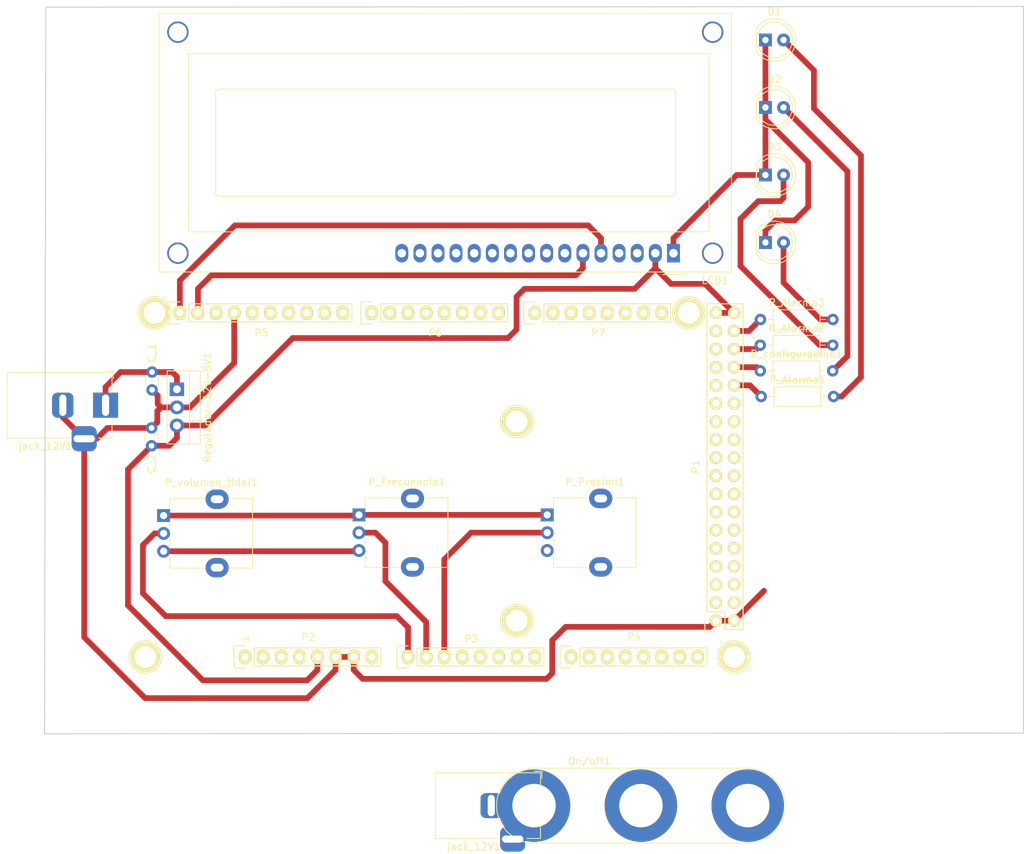
<source format=kicad_pcb>
(kicad_pcb (version 20171130) (host pcbnew 5.1.5-52549c5~84~ubuntu18.04.1)

  (general
    (thickness 1.6)
    (drawings 22)
    (tracks 132)
    (zones 0)
    (modules 31)
    (nets 108)
  )

  (page A4)
  (title_block
    (date "mar. 31 mars 2015")
  )

  (layers
    (0 F.Cu signal)
    (31 B.Cu signal)
    (32 B.Adhes user)
    (33 F.Adhes user)
    (34 B.Paste user)
    (35 F.Paste user)
    (36 B.SilkS user)
    (37 F.SilkS user)
    (38 B.Mask user)
    (39 F.Mask user)
    (40 Dwgs.User user)
    (41 Cmts.User user)
    (42 Eco1.User user)
    (43 Eco2.User user)
    (44 Edge.Cuts user)
    (45 Margin user)
    (46 B.CrtYd user)
    (47 F.CrtYd user)
    (48 B.Fab user)
    (49 F.Fab user)
  )

  (setup
    (last_trace_width 0.8)
    (trace_clearance 0.2)
    (zone_clearance 0.508)
    (zone_45_only no)
    (trace_min 0.2)
    (via_size 0.6)
    (via_drill 0.4)
    (via_min_size 0.4)
    (via_min_drill 0.3)
    (uvia_size 0.3)
    (uvia_drill 0.1)
    (uvias_allowed no)
    (uvia_min_size 0.2)
    (uvia_min_drill 0.1)
    (edge_width 0.15)
    (segment_width 0.15)
    (pcb_text_width 0.3)
    (pcb_text_size 1.5 1.5)
    (mod_edge_width 0.15)
    (mod_text_size 1 1)
    (mod_text_width 0.15)
    (pad_size 4.064 4.064)
    (pad_drill 3.048)
    (pad_to_mask_clearance 0)
    (aux_axis_origin 103.378 121.666)
    (visible_elements FFFFFF7F)
    (pcbplotparams
      (layerselection 0x00030_80000001)
      (usegerberextensions false)
      (usegerberattributes false)
      (usegerberadvancedattributes false)
      (creategerberjobfile false)
      (excludeedgelayer true)
      (linewidth 0.100000)
      (plotframeref false)
      (viasonmask false)
      (mode 1)
      (useauxorigin false)
      (hpglpennumber 1)
      (hpglpenspeed 20)
      (hpglpendiameter 15.000000)
      (psnegative false)
      (psa4output false)
      (plotreference true)
      (plotvalue true)
      (plotinvisibletext false)
      (padsonsilk false)
      (subtractmaskfromsilk false)
      (outputformat 1)
      (mirror false)
      (drillshape 1)
      (scaleselection 1)
      (outputdirectory ""))
  )

  (net 0 "")
  (net 1 GND)
  (net 2 "/52(SCK)")
  (net 3 "/53(SS)")
  (net 4 "/50(MISO)")
  (net 5 "/51(MOSI)")
  (net 6 /48)
  (net 7 /49)
  (net 8 /46)
  (net 9 /47)
  (net 10 /44)
  (net 11 /45)
  (net 12 /42)
  (net 13 /43)
  (net 14 /40)
  (net 15 /41)
  (net 16 /38)
  (net 17 /39)
  (net 18 /36)
  (net 19 /37)
  (net 20 /34)
  (net 21 /35)
  (net 22 /32)
  (net 23 /33)
  (net 24 /30)
  (net 25 /31)
  (net 26 /28)
  (net 27 /29)
  (net 28 /26)
  (net 29 /27)
  (net 30 /24)
  (net 31 /25)
  (net 32 /22)
  (net 33 /23)
  (net 34 +5V)
  (net 35 /IOREF)
  (net 36 /Reset)
  (net 37 /Vin)
  (net 38 /A0)
  (net 39 /A1)
  (net 40 /A2)
  (net 41 /A3)
  (net 42 /A4)
  (net 43 /A5)
  (net 44 /A6)
  (net 45 /A7)
  (net 46 /A8)
  (net 47 /A9)
  (net 48 /A10)
  (net 49 /A11)
  (net 50 /A12)
  (net 51 /A13)
  (net 52 /A14)
  (net 53 /A15)
  (net 54 /SCL)
  (net 55 /SDA)
  (net 56 /AREF)
  (net 57 "/13(**)")
  (net 58 "/12(**)")
  (net 59 "/11(**)")
  (net 60 "/10(**)")
  (net 61 "/9(**)")
  (net 62 "/8(**)")
  (net 63 "/7(**)")
  (net 64 "/6(**)")
  (net 65 "/5(**)")
  (net 66 "/4(**)")
  (net 67 "/3(**)")
  (net 68 "/2(**)")
  (net 69 "/20(SDA)")
  (net 70 "/21(SCL)")
  (net 71 "Net-(P8-Pad1)")
  (net 72 "Net-(P9-Pad1)")
  (net 73 "Net-(P10-Pad1)")
  (net 74 "Net-(P11-Pad1)")
  (net 75 "Net-(P12-Pad1)")
  (net 76 "Net-(P13-Pad1)")
  (net 77 "Net-(P2-Pad1)")
  (net 78 +3V3)
  (net 79 "/1(Tx0)")
  (net 80 "/0(Rx0)")
  (net 81 "/14(Tx3)")
  (net 82 "/15(Rx3)")
  (net 83 "/16(Tx2)")
  (net 84 "/17(Rx2)")
  (net 85 "/18(Tx1)")
  (net 86 "/19(Rx1)")
  (net 87 +12V)
  (net 88 "Net-(P_Frecuencia1-Pad3)")
  (net 89 "Net-(P_Frecuencia1-Pad1)")
  (net 90 "Net-(LCD1-Pad3)")
  (net 91 "Net-(LCD1-Pad4)")
  (net 92 "Net-(LCD1-Pad7)")
  (net 93 "Net-(LCD1-Pad8)")
  (net 94 "Net-(LCD1-Pad9)")
  (net 95 "Net-(LCD1-Pad10)")
  (net 96 "Net-(LCD1-Pad11)")
  (net 97 "Net-(LCD1-Pad12)")
  (net 98 "Net-(LCD1-Pad13)")
  (net 99 "Net-(LCD1-Pad14)")
  (net 100 "Net-(LCD1-Pad15)")
  (net 101 "Net-(LCD1-Pad16)")
  (net 102 "Net-(D1-Pad2)")
  (net 103 "Net-(D2-Pad2)")
  (net 104 "Net-(D3-Pad2)")
  (net 105 "Net-(D4-Pad2)")
  (net 106 "Net-(On/off1-Pad1)")
  (net 107 "Net-(On/off1-Pad3)")

  (net_class Default "This is the default net class."
    (clearance 0.2)
    (trace_width 0.8)
    (via_dia 0.6)
    (via_drill 0.4)
    (uvia_dia 0.3)
    (uvia_drill 0.1)
    (add_net +12V)
    (add_net +3V3)
    (add_net +5V)
    (add_net "/0(Rx0)")
    (add_net "/1(Tx0)")
    (add_net "/10(**)")
    (add_net "/11(**)")
    (add_net "/12(**)")
    (add_net "/13(**)")
    (add_net "/14(Tx3)")
    (add_net "/15(Rx3)")
    (add_net "/16(Tx2)")
    (add_net "/17(Rx2)")
    (add_net "/18(Tx1)")
    (add_net "/19(Rx1)")
    (add_net "/2(**)")
    (add_net "/20(SDA)")
    (add_net "/21(SCL)")
    (add_net /22)
    (add_net /23)
    (add_net /24)
    (add_net /25)
    (add_net /26)
    (add_net /27)
    (add_net /28)
    (add_net /29)
    (add_net "/3(**)")
    (add_net /30)
    (add_net /31)
    (add_net /32)
    (add_net /33)
    (add_net /34)
    (add_net /35)
    (add_net /36)
    (add_net /37)
    (add_net /38)
    (add_net /39)
    (add_net "/4(**)")
    (add_net /40)
    (add_net /41)
    (add_net /42)
    (add_net /43)
    (add_net /44)
    (add_net /45)
    (add_net /46)
    (add_net /47)
    (add_net /48)
    (add_net /49)
    (add_net "/5(**)")
    (add_net "/50(MISO)")
    (add_net "/51(MOSI)")
    (add_net "/52(SCK)")
    (add_net "/53(SS)")
    (add_net "/6(**)")
    (add_net "/7(**)")
    (add_net "/8(**)")
    (add_net "/9(**)")
    (add_net /A0)
    (add_net /A1)
    (add_net /A10)
    (add_net /A11)
    (add_net /A12)
    (add_net /A13)
    (add_net /A14)
    (add_net /A15)
    (add_net /A2)
    (add_net /A3)
    (add_net /A4)
    (add_net /A5)
    (add_net /A6)
    (add_net /A7)
    (add_net /A8)
    (add_net /A9)
    (add_net /AREF)
    (add_net /IOREF)
    (add_net /Reset)
    (add_net /SCL)
    (add_net /SDA)
    (add_net /Vin)
    (add_net GND)
    (add_net "Net-(D1-Pad2)")
    (add_net "Net-(D2-Pad2)")
    (add_net "Net-(D3-Pad2)")
    (add_net "Net-(D4-Pad2)")
    (add_net "Net-(LCD1-Pad10)")
    (add_net "Net-(LCD1-Pad11)")
    (add_net "Net-(LCD1-Pad12)")
    (add_net "Net-(LCD1-Pad13)")
    (add_net "Net-(LCD1-Pad14)")
    (add_net "Net-(LCD1-Pad15)")
    (add_net "Net-(LCD1-Pad16)")
    (add_net "Net-(LCD1-Pad3)")
    (add_net "Net-(LCD1-Pad4)")
    (add_net "Net-(LCD1-Pad7)")
    (add_net "Net-(LCD1-Pad8)")
    (add_net "Net-(LCD1-Pad9)")
    (add_net "Net-(On/off1-Pad1)")
    (add_net "Net-(On/off1-Pad3)")
    (add_net "Net-(P10-Pad1)")
    (add_net "Net-(P11-Pad1)")
    (add_net "Net-(P12-Pad1)")
    (add_net "Net-(P13-Pad1)")
    (add_net "Net-(P2-Pad1)")
    (add_net "Net-(P8-Pad1)")
    (add_net "Net-(P9-Pad1)")
    (add_net "Net-(P_Frecuencia1-Pad1)")
    (add_net "Net-(P_Frecuencia1-Pad3)")
  )

  (module Connector_BarrelJack:BarrelJack_Horizontal (layer F.Cu) (tedit 5A1DBF6A) (tstamp 5E8C651E)
    (at 171.85 139.975001)
    (descr "DC Barrel Jack")
    (tags "Power Jack")
    (path /5E9D05D1)
    (fp_text reference jack_12V1 (at -8.45 5.75) (layer F.SilkS)
      (effects (font (size 1 1) (thickness 0.15)))
    )
    (fp_text value Alimentacion_12V (at -6.2 -5.5) (layer F.Fab)
      (effects (font (size 1 1) (thickness 0.15)))
    )
    (fp_text user %R (at -3 -2.95) (layer F.Fab)
      (effects (font (size 1 1) (thickness 0.15)))
    )
    (fp_line (start -0.003213 -4.505425) (end 0.8 -3.75) (layer F.Fab) (width 0.1))
    (fp_line (start 1.1 -3.75) (end 1.1 -4.8) (layer F.SilkS) (width 0.12))
    (fp_line (start 0.05 -4.8) (end 1.1 -4.8) (layer F.SilkS) (width 0.12))
    (fp_line (start 1 -4.5) (end 1 -4.75) (layer F.CrtYd) (width 0.05))
    (fp_line (start 1 -4.75) (end -14 -4.75) (layer F.CrtYd) (width 0.05))
    (fp_line (start 1 -4.5) (end 1 -2) (layer F.CrtYd) (width 0.05))
    (fp_line (start 1 -2) (end 2 -2) (layer F.CrtYd) (width 0.05))
    (fp_line (start 2 -2) (end 2 2) (layer F.CrtYd) (width 0.05))
    (fp_line (start 2 2) (end 1 2) (layer F.CrtYd) (width 0.05))
    (fp_line (start 1 2) (end 1 4.75) (layer F.CrtYd) (width 0.05))
    (fp_line (start 1 4.75) (end -1 4.75) (layer F.CrtYd) (width 0.05))
    (fp_line (start -1 4.75) (end -1 6.75) (layer F.CrtYd) (width 0.05))
    (fp_line (start -1 6.75) (end -5 6.75) (layer F.CrtYd) (width 0.05))
    (fp_line (start -5 6.75) (end -5 4.75) (layer F.CrtYd) (width 0.05))
    (fp_line (start -5 4.75) (end -14 4.75) (layer F.CrtYd) (width 0.05))
    (fp_line (start -14 4.75) (end -14 -4.75) (layer F.CrtYd) (width 0.05))
    (fp_line (start -5 4.6) (end -13.8 4.6) (layer F.SilkS) (width 0.12))
    (fp_line (start -13.8 4.6) (end -13.8 -4.6) (layer F.SilkS) (width 0.12))
    (fp_line (start 0.9 1.9) (end 0.9 4.6) (layer F.SilkS) (width 0.12))
    (fp_line (start 0.9 4.6) (end -1 4.6) (layer F.SilkS) (width 0.12))
    (fp_line (start -13.8 -4.6) (end 0.9 -4.6) (layer F.SilkS) (width 0.12))
    (fp_line (start 0.9 -4.6) (end 0.9 -2) (layer F.SilkS) (width 0.12))
    (fp_line (start -10.2 -4.5) (end -10.2 4.5) (layer F.Fab) (width 0.1))
    (fp_line (start -13.7 -4.5) (end -13.7 4.5) (layer F.Fab) (width 0.1))
    (fp_line (start -13.7 4.5) (end 0.8 4.5) (layer F.Fab) (width 0.1))
    (fp_line (start 0.8 4.5) (end 0.8 -3.75) (layer F.Fab) (width 0.1))
    (fp_line (start 0 -4.5) (end -13.7 -4.5) (layer F.Fab) (width 0.1))
    (pad 1 thru_hole rect (at 0 0) (size 3.5 3.5) (drill oval 1 3) (layers *.Cu *.Mask)
      (net 106 "Net-(On/off1-Pad1)"))
    (pad 2 thru_hole roundrect (at -6 0) (size 3 3.5) (drill oval 1 3) (layers *.Cu *.Mask) (roundrect_rratio 0.25)
      (net 1 GND))
    (pad 3 thru_hole roundrect (at -3 4.7) (size 3.5 3.5) (drill oval 3 1) (layers *.Cu *.Mask) (roundrect_rratio 0.25)
      (net 1 GND))
    (model ${KISYS3DMOD}/Connector_BarrelJack.3dshapes/BarrelJack_Horizontal.wrl
      (at (xyz 0 0 0))
      (scale (xyz 1 1 1))
      (rotate (xyz 0 0 0))
    )
  )

  (module Display:WC1602A (layer F.Cu) (tedit 5A02FE80) (tstamp 5E8B936A)
    (at 191.4 62.5 180)
    (descr "LCD 16x2 http://www.wincomlcd.com/pdf/WC1602A-SFYLYHTC06.pdf")
    (tags "LCD 16x2 Alphanumeric 16pin")
    (path /5E8D3258)
    (fp_text reference LCD1 (at -5.82 -3.81) (layer F.SilkS)
      (effects (font (size 1 1) (thickness 0.15)))
    )
    (fp_text value WC1602A (at -4.31 34.66) (layer F.Fab)
      (effects (font (size 1 1) (thickness 0.15)))
    )
    (fp_line (start -8.14 33.64) (end 72.14 33.64) (layer F.SilkS) (width 0.12))
    (fp_line (start 72.14 33.64) (end 72.14 -2.64) (layer F.SilkS) (width 0.12))
    (fp_line (start 72.14 -2.64) (end -7.34 -2.64) (layer F.SilkS) (width 0.12))
    (fp_line (start -8.14 -2.64) (end -8.14 33.64) (layer F.SilkS) (width 0.12))
    (fp_line (start -8.13 -2.64) (end -7.34 -2.64) (layer F.SilkS) (width 0.12))
    (fp_line (start -8.25 -2.75) (end -8.25 33.75) (layer F.CrtYd) (width 0.05))
    (fp_line (start -8.25 33.75) (end 72.25 33.75) (layer F.CrtYd) (width 0.05))
    (fp_line (start 72.25 -2.75) (end 72.25 33.75) (layer F.CrtYd) (width 0.05))
    (fp_line (start -1.5 -3) (end 1.5 -3) (layer F.SilkS) (width 0.12))
    (fp_line (start -8.25 -2.75) (end 72.25 -2.75) (layer F.CrtYd) (width 0.05))
    (fp_line (start 1 -2.5) (end 0 -1.5) (layer F.Fab) (width 0.1))
    (fp_line (start 0 -1.5) (end -1 -2.5) (layer F.Fab) (width 0.1))
    (fp_line (start -1 -2.5) (end -8 -2.5) (layer F.Fab) (width 0.1))
    (fp_text user %R (at 30.37 14.74) (layer F.Fab)
      (effects (font (size 1 1) (thickness 0.1)))
    )
    (fp_line (start 0.2 8) (end 63.7 8) (layer F.SilkS) (width 0.12))
    (fp_line (start -0.29972 22.49932) (end -0.29972 8.5) (layer F.SilkS) (width 0.12))
    (fp_line (start 63.70066 23) (end 0.2 23) (layer F.SilkS) (width 0.12))
    (fp_line (start 64.2 8.5) (end 64.2 22.5) (layer F.SilkS) (width 0.12))
    (fp_arc (start 63.7 8.5) (end 63.7 8) (angle 90) (layer F.SilkS) (width 0.12))
    (fp_arc (start 63.70066 22.49932) (end 64.20104 22.49932) (angle 90) (layer F.SilkS) (width 0.12))
    (fp_arc (start 0.20066 22.49932) (end 0.20066 22.9997) (angle 90) (layer F.SilkS) (width 0.12))
    (fp_arc (start 0.20066 8.49884) (end -0.29972 8.49884) (angle 90) (layer F.SilkS) (width 0.12))
    (fp_line (start -5 3) (end 68 3) (layer F.SilkS) (width 0.12))
    (fp_line (start 68 3) (end 68 28) (layer F.SilkS) (width 0.12))
    (fp_line (start 68 28) (end -5 28) (layer F.SilkS) (width 0.12))
    (fp_line (start -5 28) (end -5 3) (layer F.SilkS) (width 0.12))
    (fp_line (start 1 -2.5) (end 72 -2.5) (layer F.Fab) (width 0.1))
    (fp_line (start 72 -2.5) (end 72 33.5) (layer F.Fab) (width 0.1))
    (fp_line (start 72 33.5) (end -8 33.5) (layer F.Fab) (width 0.1))
    (fp_line (start -8 33.5) (end -8 -2.5) (layer F.Fab) (width 0.1))
    (pad 1 thru_hole rect (at 0 0 180) (size 1.8 2.6) (drill 1.2) (layers *.Cu *.Mask)
      (net 1 GND))
    (pad 2 thru_hole oval (at 2.54 0 180) (size 1.8 2.6) (drill 1.2) (layers *.Cu *.Mask)
      (net 34 +5V))
    (pad 3 thru_hole oval (at 5.08 0 180) (size 1.8 2.6) (drill 1.2) (layers *.Cu *.Mask)
      (net 90 "Net-(LCD1-Pad3)"))
    (pad 4 thru_hole oval (at 7.62 0 180) (size 1.8 2.6) (drill 1.2) (layers *.Cu *.Mask)
      (net 91 "Net-(LCD1-Pad4)"))
    (pad 5 thru_hole oval (at 10.16 0 180) (size 1.8 2.6) (drill 1.2) (layers *.Cu *.Mask)
      (net 54 /SCL))
    (pad 6 thru_hole oval (at 12.7 0 180) (size 1.8 2.6) (drill 1.2) (layers *.Cu *.Mask)
      (net 55 /SDA))
    (pad 7 thru_hole oval (at 15.24 0 180) (size 1.8 2.6) (drill 1.2) (layers *.Cu *.Mask)
      (net 92 "Net-(LCD1-Pad7)"))
    (pad 8 thru_hole oval (at 17.78 0 180) (size 1.8 2.6) (drill 1.2) (layers *.Cu *.Mask)
      (net 93 "Net-(LCD1-Pad8)"))
    (pad 9 thru_hole oval (at 20.32 0 180) (size 1.8 2.6) (drill 1.2) (layers *.Cu *.Mask)
      (net 94 "Net-(LCD1-Pad9)"))
    (pad 10 thru_hole oval (at 22.86 0 180) (size 1.8 2.6) (drill 1.2) (layers *.Cu *.Mask)
      (net 95 "Net-(LCD1-Pad10)"))
    (pad 11 thru_hole oval (at 25.4 0 180) (size 1.8 2.6) (drill 1.2) (layers *.Cu *.Mask)
      (net 96 "Net-(LCD1-Pad11)"))
    (pad 12 thru_hole oval (at 27.94 0 180) (size 1.8 2.6) (drill 1.2) (layers *.Cu *.Mask)
      (net 97 "Net-(LCD1-Pad12)"))
    (pad 13 thru_hole oval (at 30.48 0 180) (size 1.8 2.6) (drill 1.2) (layers *.Cu *.Mask)
      (net 98 "Net-(LCD1-Pad13)"))
    (pad 14 thru_hole oval (at 33.02 0 180) (size 1.8 2.6) (drill 1.2) (layers *.Cu *.Mask)
      (net 99 "Net-(LCD1-Pad14)"))
    (pad 15 thru_hole oval (at 35.56 0 180) (size 1.8 2.6) (drill 1.2) (layers *.Cu *.Mask)
      (net 100 "Net-(LCD1-Pad15)"))
    (pad 16 thru_hole oval (at 38.1 0 180) (size 1.8 2.6) (drill 1.2) (layers *.Cu *.Mask)
      (net 101 "Net-(LCD1-Pad16)"))
    (pad "" thru_hole circle (at -5.4991 0 180) (size 3 3) (drill 2.5) (layers *.Cu *.Mask))
    (pad "" thru_hole circle (at -5.4991 31.0007 180) (size 3 3) (drill 2.5) (layers *.Cu *.Mask))
    (pad "" thru_hole circle (at 69.49948 31.0007 180) (size 3 3) (drill 2.5) (layers *.Cu *.Mask))
    (pad "" thru_hole circle (at 69.5 0 180) (size 3 3) (drill 2.5) (layers *.Cu *.Mask))
    (model ${KISYS3DMOD}/Display.3dshapes/WC1602A.wrl
      (at (xyz 0 0 0))
      (scale (xyz 1 1 1))
      (rotate (xyz 0 0 0))
    )
  )

  (module Socket_Arduino_Mega:Socket_Strip_Arduino_2x18 locked (layer F.Cu) (tedit 55216789) (tstamp 551AFCE5)
    (at 197.358 114.046 90)
    (descr "Through hole socket strip")
    (tags "socket strip")
    (path /56D743B5)
    (fp_text reference P1 (at 21.59 -2.794 90) (layer F.SilkS)
      (effects (font (size 1 1) (thickness 0.15)))
    )
    (fp_text value Digital (at 21.59 -4.572 90) (layer F.Fab)
      (effects (font (size 1 1) (thickness 0.15)))
    )
    (fp_line (start -1.75 -1.75) (end -1.75 4.3) (layer F.CrtYd) (width 0.05))
    (fp_line (start 44.95 -1.75) (end 44.95 4.3) (layer F.CrtYd) (width 0.05))
    (fp_line (start -1.75 -1.75) (end 44.95 -1.75) (layer F.CrtYd) (width 0.05))
    (fp_line (start -1.75 4.3) (end 44.95 4.3) (layer F.CrtYd) (width 0.05))
    (fp_line (start -1.27 3.81) (end 44.45 3.81) (layer F.SilkS) (width 0.15))
    (fp_line (start 44.45 -1.27) (end 1.27 -1.27) (layer F.SilkS) (width 0.15))
    (fp_line (start 44.45 3.81) (end 44.45 -1.27) (layer F.SilkS) (width 0.15))
    (fp_line (start -1.27 3.81) (end -1.27 1.27) (layer F.SilkS) (width 0.15))
    (fp_line (start 0 -1.55) (end -1.55 -1.55) (layer F.SilkS) (width 0.15))
    (fp_line (start -1.27 1.27) (end 1.27 1.27) (layer F.SilkS) (width 0.15))
    (fp_line (start 1.27 1.27) (end 1.27 -1.27) (layer F.SilkS) (width 0.15))
    (fp_line (start -1.55 -1.55) (end -1.55 0) (layer F.SilkS) (width 0.15))
    (pad 1 thru_hole circle (at 0 0 90) (size 1.7272 1.7272) (drill 1.016) (layers *.Cu *.Mask F.SilkS)
      (net 1 GND))
    (pad 2 thru_hole oval (at 0 2.54 90) (size 1.7272 1.7272) (drill 1.016) (layers *.Cu *.Mask F.SilkS)
      (net 1 GND))
    (pad 3 thru_hole oval (at 2.54 0 90) (size 1.7272 1.7272) (drill 1.016) (layers *.Cu *.Mask F.SilkS)
      (net 2 "/52(SCK)"))
    (pad 4 thru_hole oval (at 2.54 2.54 90) (size 1.7272 1.7272) (drill 1.016) (layers *.Cu *.Mask F.SilkS)
      (net 3 "/53(SS)"))
    (pad 5 thru_hole oval (at 5.08 0 90) (size 1.7272 1.7272) (drill 1.016) (layers *.Cu *.Mask F.SilkS)
      (net 4 "/50(MISO)"))
    (pad 6 thru_hole oval (at 5.08 2.54 90) (size 1.7272 1.7272) (drill 1.016) (layers *.Cu *.Mask F.SilkS)
      (net 5 "/51(MOSI)"))
    (pad 7 thru_hole oval (at 7.62 0 90) (size 1.7272 1.7272) (drill 1.016) (layers *.Cu *.Mask F.SilkS)
      (net 6 /48))
    (pad 8 thru_hole oval (at 7.62 2.54 90) (size 1.7272 1.7272) (drill 1.016) (layers *.Cu *.Mask F.SilkS)
      (net 7 /49))
    (pad 9 thru_hole oval (at 10.16 0 90) (size 1.7272 1.7272) (drill 1.016) (layers *.Cu *.Mask F.SilkS)
      (net 8 /46))
    (pad 10 thru_hole oval (at 10.16 2.54 90) (size 1.7272 1.7272) (drill 1.016) (layers *.Cu *.Mask F.SilkS)
      (net 9 /47))
    (pad 11 thru_hole oval (at 12.7 0 90) (size 1.7272 1.7272) (drill 1.016) (layers *.Cu *.Mask F.SilkS)
      (net 10 /44))
    (pad 12 thru_hole oval (at 12.7 2.54 90) (size 1.7272 1.7272) (drill 1.016) (layers *.Cu *.Mask F.SilkS)
      (net 11 /45))
    (pad 13 thru_hole oval (at 15.24 0 90) (size 1.7272 1.7272) (drill 1.016) (layers *.Cu *.Mask F.SilkS)
      (net 12 /42))
    (pad 14 thru_hole oval (at 15.24 2.54 90) (size 1.7272 1.7272) (drill 1.016) (layers *.Cu *.Mask F.SilkS)
      (net 13 /43))
    (pad 15 thru_hole oval (at 17.78 0 90) (size 1.7272 1.7272) (drill 1.016) (layers *.Cu *.Mask F.SilkS)
      (net 14 /40))
    (pad 16 thru_hole oval (at 17.78 2.54 90) (size 1.7272 1.7272) (drill 1.016) (layers *.Cu *.Mask F.SilkS)
      (net 15 /41))
    (pad 17 thru_hole oval (at 20.32 0 90) (size 1.7272 1.7272) (drill 1.016) (layers *.Cu *.Mask F.SilkS)
      (net 16 /38))
    (pad 18 thru_hole oval (at 20.32 2.54 90) (size 1.7272 1.7272) (drill 1.016) (layers *.Cu *.Mask F.SilkS)
      (net 17 /39))
    (pad 19 thru_hole oval (at 22.86 0 90) (size 1.7272 1.7272) (drill 1.016) (layers *.Cu *.Mask F.SilkS)
      (net 18 /36))
    (pad 20 thru_hole oval (at 22.86 2.54 90) (size 1.7272 1.7272) (drill 1.016) (layers *.Cu *.Mask F.SilkS)
      (net 19 /37))
    (pad 21 thru_hole oval (at 25.4 0 90) (size 1.7272 1.7272) (drill 1.016) (layers *.Cu *.Mask F.SilkS)
      (net 20 /34))
    (pad 22 thru_hole oval (at 25.4 2.54 90) (size 1.7272 1.7272) (drill 1.016) (layers *.Cu *.Mask F.SilkS)
      (net 21 /35))
    (pad 23 thru_hole oval (at 27.94 0 90) (size 1.7272 1.7272) (drill 1.016) (layers *.Cu *.Mask F.SilkS)
      (net 22 /32))
    (pad 24 thru_hole oval (at 27.94 2.54 90) (size 1.7272 1.7272) (drill 1.016) (layers *.Cu *.Mask F.SilkS)
      (net 23 /33))
    (pad 25 thru_hole oval (at 30.48 0 90) (size 1.7272 1.7272) (drill 1.016) (layers *.Cu *.Mask F.SilkS)
      (net 24 /30))
    (pad 26 thru_hole oval (at 30.48 2.54 90) (size 1.7272 1.7272) (drill 1.016) (layers *.Cu *.Mask F.SilkS)
      (net 25 /31))
    (pad 27 thru_hole oval (at 33.02 0 90) (size 1.7272 1.7272) (drill 1.016) (layers *.Cu *.Mask F.SilkS)
      (net 26 /28))
    (pad 28 thru_hole oval (at 33.02 2.54 90) (size 1.7272 1.7272) (drill 1.016) (layers *.Cu *.Mask F.SilkS)
      (net 27 /29))
    (pad 29 thru_hole oval (at 35.56 0 90) (size 1.7272 1.7272) (drill 1.016) (layers *.Cu *.Mask F.SilkS)
      (net 28 /26))
    (pad 30 thru_hole oval (at 35.56 2.54 90) (size 1.7272 1.7272) (drill 1.016) (layers *.Cu *.Mask F.SilkS)
      (net 29 /27))
    (pad 31 thru_hole oval (at 38.1 0 90) (size 1.7272 1.7272) (drill 1.016) (layers *.Cu *.Mask F.SilkS)
      (net 30 /24))
    (pad 32 thru_hole oval (at 38.1 2.54 90) (size 1.7272 1.7272) (drill 1.016) (layers *.Cu *.Mask F.SilkS)
      (net 31 /25))
    (pad 33 thru_hole oval (at 40.64 0 90) (size 1.7272 1.7272) (drill 1.016) (layers *.Cu *.Mask F.SilkS)
      (net 32 /22))
    (pad 34 thru_hole oval (at 40.64 2.54 90) (size 1.7272 1.7272) (drill 1.016) (layers *.Cu *.Mask F.SilkS)
      (net 33 /23))
    (pad 35 thru_hole oval (at 43.18 0 90) (size 1.7272 1.7272) (drill 1.016) (layers *.Cu *.Mask F.SilkS)
      (net 34 +5V))
    (pad 36 thru_hole oval (at 43.18 2.54 90) (size 1.7272 1.7272) (drill 1.016) (layers *.Cu *.Mask F.SilkS)
      (net 34 +5V))
    (model ${KIPRJMOD}/Socket_Arduino_Mega.3dshapes/Socket_header_Arduino_2x18.wrl
      (offset (xyz 21.58999967575073 -1.269999980926514 0))
      (scale (xyz 1 1 1))
      (rotate (xyz 0 0 180))
    )
  )

  (module Socket_Arduino_Mega:Socket_Strip_Arduino_1x08 locked (layer F.Cu) (tedit 55216755) (tstamp 551AFCFC)
    (at 131.318 119.126)
    (descr "Through hole socket strip")
    (tags "socket strip")
    (path /56D71773)
    (fp_text reference P2 (at 8.89 -2.794) (layer F.SilkS)
      (effects (font (size 1 1) (thickness 0.15)))
    )
    (fp_text value Power (at 8.89 -4.318) (layer F.Fab)
      (effects (font (size 1 1) (thickness 0.15)))
    )
    (fp_line (start -1.75 -1.75) (end -1.75 1.75) (layer F.CrtYd) (width 0.05))
    (fp_line (start 19.55 -1.75) (end 19.55 1.75) (layer F.CrtYd) (width 0.05))
    (fp_line (start -1.75 -1.75) (end 19.55 -1.75) (layer F.CrtYd) (width 0.05))
    (fp_line (start -1.75 1.75) (end 19.55 1.75) (layer F.CrtYd) (width 0.05))
    (fp_line (start 1.27 1.27) (end 19.05 1.27) (layer F.SilkS) (width 0.15))
    (fp_line (start 19.05 1.27) (end 19.05 -1.27) (layer F.SilkS) (width 0.15))
    (fp_line (start 19.05 -1.27) (end 1.27 -1.27) (layer F.SilkS) (width 0.15))
    (fp_line (start -1.55 1.55) (end 0 1.55) (layer F.SilkS) (width 0.15))
    (fp_line (start 1.27 1.27) (end 1.27 -1.27) (layer F.SilkS) (width 0.15))
    (fp_line (start 0 -1.55) (end -1.55 -1.55) (layer F.SilkS) (width 0.15))
    (fp_line (start -1.55 -1.55) (end -1.55 1.55) (layer F.SilkS) (width 0.15))
    (pad 1 thru_hole oval (at 0 0) (size 1.7272 2.032) (drill 1.016) (layers *.Cu *.Mask F.SilkS)
      (net 77 "Net-(P2-Pad1)"))
    (pad 2 thru_hole oval (at 2.54 0) (size 1.7272 2.032) (drill 1.016) (layers *.Cu *.Mask F.SilkS)
      (net 35 /IOREF))
    (pad 3 thru_hole oval (at 5.08 0) (size 1.7272 2.032) (drill 1.016) (layers *.Cu *.Mask F.SilkS)
      (net 36 /Reset))
    (pad 4 thru_hole oval (at 7.62 0) (size 1.7272 2.032) (drill 1.016) (layers *.Cu *.Mask F.SilkS)
      (net 78 +3V3))
    (pad 5 thru_hole oval (at 10.16 0) (size 1.7272 2.032) (drill 1.016) (layers *.Cu *.Mask F.SilkS)
      (net 34 +5V))
    (pad 6 thru_hole oval (at 12.7 0) (size 1.7272 2.032) (drill 1.016) (layers *.Cu *.Mask F.SilkS)
      (net 1 GND))
    (pad 7 thru_hole oval (at 15.24 0) (size 1.7272 2.032) (drill 1.016) (layers *.Cu *.Mask F.SilkS)
      (net 1 GND))
    (pad 8 thru_hole oval (at 17.78 0) (size 1.7272 2.032) (drill 1.016) (layers *.Cu *.Mask F.SilkS)
      (net 37 /Vin))
    (model ${KIPRJMOD}/Socket_Arduino_Mega.3dshapes/Socket_header_Arduino_1x08.wrl
      (offset (xyz 8.889999866485596 0 0))
      (scale (xyz 1 1 1))
      (rotate (xyz 0 0 180))
    )
  )

  (module Socket_Arduino_Mega:Socket_Strip_Arduino_1x08 locked (layer F.Cu) (tedit 5521677D) (tstamp 551AFD13)
    (at 154.178 119.126)
    (descr "Through hole socket strip")
    (tags "socket strip")
    (path /56D72F1C)
    (fp_text reference P3 (at 8.89 -2.54) (layer F.SilkS)
      (effects (font (size 1 1) (thickness 0.15)))
    )
    (fp_text value Analog (at 8.89 -4.318) (layer F.Fab)
      (effects (font (size 1 1) (thickness 0.15)))
    )
    (fp_line (start -1.75 -1.75) (end -1.75 1.75) (layer F.CrtYd) (width 0.05))
    (fp_line (start 19.55 -1.75) (end 19.55 1.75) (layer F.CrtYd) (width 0.05))
    (fp_line (start -1.75 -1.75) (end 19.55 -1.75) (layer F.CrtYd) (width 0.05))
    (fp_line (start -1.75 1.75) (end 19.55 1.75) (layer F.CrtYd) (width 0.05))
    (fp_line (start 1.27 1.27) (end 19.05 1.27) (layer F.SilkS) (width 0.15))
    (fp_line (start 19.05 1.27) (end 19.05 -1.27) (layer F.SilkS) (width 0.15))
    (fp_line (start 19.05 -1.27) (end 1.27 -1.27) (layer F.SilkS) (width 0.15))
    (fp_line (start -1.55 1.55) (end 0 1.55) (layer F.SilkS) (width 0.15))
    (fp_line (start 1.27 1.27) (end 1.27 -1.27) (layer F.SilkS) (width 0.15))
    (fp_line (start 0 -1.55) (end -1.55 -1.55) (layer F.SilkS) (width 0.15))
    (fp_line (start -1.55 -1.55) (end -1.55 1.55) (layer F.SilkS) (width 0.15))
    (pad 1 thru_hole oval (at 0 0) (size 1.7272 2.032) (drill 1.016) (layers *.Cu *.Mask F.SilkS)
      (net 38 /A0))
    (pad 2 thru_hole oval (at 2.54 0) (size 1.7272 2.032) (drill 1.016) (layers *.Cu *.Mask F.SilkS)
      (net 39 /A1))
    (pad 3 thru_hole oval (at 5.08 0) (size 1.7272 2.032) (drill 1.016) (layers *.Cu *.Mask F.SilkS)
      (net 40 /A2))
    (pad 4 thru_hole oval (at 7.62 0) (size 1.7272 2.032) (drill 1.016) (layers *.Cu *.Mask F.SilkS)
      (net 41 /A3))
    (pad 5 thru_hole oval (at 10.16 0) (size 1.7272 2.032) (drill 1.016) (layers *.Cu *.Mask F.SilkS)
      (net 42 /A4))
    (pad 6 thru_hole oval (at 12.7 0) (size 1.7272 2.032) (drill 1.016) (layers *.Cu *.Mask F.SilkS)
      (net 43 /A5))
    (pad 7 thru_hole oval (at 15.24 0) (size 1.7272 2.032) (drill 1.016) (layers *.Cu *.Mask F.SilkS)
      (net 44 /A6))
    (pad 8 thru_hole oval (at 17.78 0) (size 1.7272 2.032) (drill 1.016) (layers *.Cu *.Mask F.SilkS)
      (net 45 /A7))
    (model ${KIPRJMOD}/Socket_Arduino_Mega.3dshapes/Socket_header_Arduino_1x08.wrl
      (offset (xyz 8.889999866485596 0 0))
      (scale (xyz 1 1 1))
      (rotate (xyz 0 0 180))
    )
  )

  (module Socket_Arduino_Mega:Socket_Strip_Arduino_1x08 locked (layer F.Cu) (tedit 55216772) (tstamp 551AFD2A)
    (at 177.038 119.126)
    (descr "Through hole socket strip")
    (tags "socket strip")
    (path /56D73A0E)
    (fp_text reference P4 (at 8.89 -2.794) (layer F.SilkS)
      (effects (font (size 1 1) (thickness 0.15)))
    )
    (fp_text value Analog (at 8.89 -4.318) (layer F.Fab)
      (effects (font (size 1 1) (thickness 0.15)))
    )
    (fp_line (start -1.75 -1.75) (end -1.75 1.75) (layer F.CrtYd) (width 0.05))
    (fp_line (start 19.55 -1.75) (end 19.55 1.75) (layer F.CrtYd) (width 0.05))
    (fp_line (start -1.75 -1.75) (end 19.55 -1.75) (layer F.CrtYd) (width 0.05))
    (fp_line (start -1.75 1.75) (end 19.55 1.75) (layer F.CrtYd) (width 0.05))
    (fp_line (start 1.27 1.27) (end 19.05 1.27) (layer F.SilkS) (width 0.15))
    (fp_line (start 19.05 1.27) (end 19.05 -1.27) (layer F.SilkS) (width 0.15))
    (fp_line (start 19.05 -1.27) (end 1.27 -1.27) (layer F.SilkS) (width 0.15))
    (fp_line (start -1.55 1.55) (end 0 1.55) (layer F.SilkS) (width 0.15))
    (fp_line (start 1.27 1.27) (end 1.27 -1.27) (layer F.SilkS) (width 0.15))
    (fp_line (start 0 -1.55) (end -1.55 -1.55) (layer F.SilkS) (width 0.15))
    (fp_line (start -1.55 -1.55) (end -1.55 1.55) (layer F.SilkS) (width 0.15))
    (pad 1 thru_hole oval (at 0 0) (size 1.7272 2.032) (drill 1.016) (layers *.Cu *.Mask F.SilkS)
      (net 46 /A8))
    (pad 2 thru_hole oval (at 2.54 0) (size 1.7272 2.032) (drill 1.016) (layers *.Cu *.Mask F.SilkS)
      (net 47 /A9))
    (pad 3 thru_hole oval (at 5.08 0) (size 1.7272 2.032) (drill 1.016) (layers *.Cu *.Mask F.SilkS)
      (net 48 /A10))
    (pad 4 thru_hole oval (at 7.62 0) (size 1.7272 2.032) (drill 1.016) (layers *.Cu *.Mask F.SilkS)
      (net 49 /A11))
    (pad 5 thru_hole oval (at 10.16 0) (size 1.7272 2.032) (drill 1.016) (layers *.Cu *.Mask F.SilkS)
      (net 50 /A12))
    (pad 6 thru_hole oval (at 12.7 0) (size 1.7272 2.032) (drill 1.016) (layers *.Cu *.Mask F.SilkS)
      (net 51 /A13))
    (pad 7 thru_hole oval (at 15.24 0) (size 1.7272 2.032) (drill 1.016) (layers *.Cu *.Mask F.SilkS)
      (net 52 /A14))
    (pad 8 thru_hole oval (at 17.78 0) (size 1.7272 2.032) (drill 1.016) (layers *.Cu *.Mask F.SilkS)
      (net 53 /A15))
    (model ${KIPRJMOD}/Socket_Arduino_Mega.3dshapes/Socket_header_Arduino_1x08.wrl
      (offset (xyz 8.889999866485596 0 0))
      (scale (xyz 1 1 1))
      (rotate (xyz 0 0 180))
    )
  )

  (module Socket_Arduino_Mega:Socket_Strip_Arduino_1x10 locked (layer F.Cu) (tedit 551AFC9C) (tstamp 551AFD43)
    (at 122.174 70.866)
    (descr "Through hole socket strip")
    (tags "socket strip")
    (path /56D72368)
    (fp_text reference P5 (at 11.43 2.794) (layer F.SilkS)
      (effects (font (size 1 1) (thickness 0.15)))
    )
    (fp_text value PWM (at 11.43 4.318) (layer F.Fab)
      (effects (font (size 1 1) (thickness 0.15)))
    )
    (fp_line (start -1.75 -1.75) (end -1.75 1.75) (layer F.CrtYd) (width 0.05))
    (fp_line (start 24.65 -1.75) (end 24.65 1.75) (layer F.CrtYd) (width 0.05))
    (fp_line (start -1.75 -1.75) (end 24.65 -1.75) (layer F.CrtYd) (width 0.05))
    (fp_line (start -1.75 1.75) (end 24.65 1.75) (layer F.CrtYd) (width 0.05))
    (fp_line (start 1.27 1.27) (end 24.13 1.27) (layer F.SilkS) (width 0.15))
    (fp_line (start 24.13 1.27) (end 24.13 -1.27) (layer F.SilkS) (width 0.15))
    (fp_line (start 24.13 -1.27) (end 1.27 -1.27) (layer F.SilkS) (width 0.15))
    (fp_line (start -1.55 1.55) (end 0 1.55) (layer F.SilkS) (width 0.15))
    (fp_line (start 1.27 1.27) (end 1.27 -1.27) (layer F.SilkS) (width 0.15))
    (fp_line (start 0 -1.55) (end -1.55 -1.55) (layer F.SilkS) (width 0.15))
    (fp_line (start -1.55 -1.55) (end -1.55 1.55) (layer F.SilkS) (width 0.15))
    (pad 1 thru_hole oval (at 0 0) (size 1.7272 2.032) (drill 1.016) (layers *.Cu *.Mask F.SilkS)
      (net 54 /SCL))
    (pad 2 thru_hole oval (at 2.54 0) (size 1.7272 2.032) (drill 1.016) (layers *.Cu *.Mask F.SilkS)
      (net 55 /SDA))
    (pad 3 thru_hole oval (at 5.08 0) (size 1.7272 2.032) (drill 1.016) (layers *.Cu *.Mask F.SilkS)
      (net 56 /AREF))
    (pad 4 thru_hole oval (at 7.62 0) (size 1.7272 2.032) (drill 1.016) (layers *.Cu *.Mask F.SilkS)
      (net 1 GND))
    (pad 5 thru_hole oval (at 10.16 0) (size 1.7272 2.032) (drill 1.016) (layers *.Cu *.Mask F.SilkS)
      (net 57 "/13(**)"))
    (pad 6 thru_hole oval (at 12.7 0) (size 1.7272 2.032) (drill 1.016) (layers *.Cu *.Mask F.SilkS)
      (net 58 "/12(**)"))
    (pad 7 thru_hole oval (at 15.24 0) (size 1.7272 2.032) (drill 1.016) (layers *.Cu *.Mask F.SilkS)
      (net 59 "/11(**)"))
    (pad 8 thru_hole oval (at 17.78 0) (size 1.7272 2.032) (drill 1.016) (layers *.Cu *.Mask F.SilkS)
      (net 60 "/10(**)"))
    (pad 9 thru_hole oval (at 20.32 0) (size 1.7272 2.032) (drill 1.016) (layers *.Cu *.Mask F.SilkS)
      (net 61 "/9(**)"))
    (pad 10 thru_hole oval (at 22.86 0) (size 1.7272 2.032) (drill 1.016) (layers *.Cu *.Mask F.SilkS)
      (net 62 "/8(**)"))
    (model ${KIPRJMOD}/Socket_Arduino_Mega.3dshapes/Socket_header_Arduino_1x10.wrl
      (offset (xyz 11.42999982833862 0 0))
      (scale (xyz 1 1 1))
      (rotate (xyz 0 0 180))
    )
  )

  (module Socket_Arduino_Mega:Socket_Strip_Arduino_1x08 locked (layer F.Cu) (tedit 551AFC7F) (tstamp 551AFD5A)
    (at 149.098 70.866)
    (descr "Through hole socket strip")
    (tags "socket strip")
    (path /56D734D0)
    (fp_text reference P6 (at 8.89 2.794) (layer F.SilkS)
      (effects (font (size 1 1) (thickness 0.15)))
    )
    (fp_text value PWM (at 8.89 4.318) (layer F.Fab)
      (effects (font (size 1 1) (thickness 0.15)))
    )
    (fp_line (start -1.75 -1.75) (end -1.75 1.75) (layer F.CrtYd) (width 0.05))
    (fp_line (start 19.55 -1.75) (end 19.55 1.75) (layer F.CrtYd) (width 0.05))
    (fp_line (start -1.75 -1.75) (end 19.55 -1.75) (layer F.CrtYd) (width 0.05))
    (fp_line (start -1.75 1.75) (end 19.55 1.75) (layer F.CrtYd) (width 0.05))
    (fp_line (start 1.27 1.27) (end 19.05 1.27) (layer F.SilkS) (width 0.15))
    (fp_line (start 19.05 1.27) (end 19.05 -1.27) (layer F.SilkS) (width 0.15))
    (fp_line (start 19.05 -1.27) (end 1.27 -1.27) (layer F.SilkS) (width 0.15))
    (fp_line (start -1.55 1.55) (end 0 1.55) (layer F.SilkS) (width 0.15))
    (fp_line (start 1.27 1.27) (end 1.27 -1.27) (layer F.SilkS) (width 0.15))
    (fp_line (start 0 -1.55) (end -1.55 -1.55) (layer F.SilkS) (width 0.15))
    (fp_line (start -1.55 -1.55) (end -1.55 1.55) (layer F.SilkS) (width 0.15))
    (pad 1 thru_hole oval (at 0 0) (size 1.7272 2.032) (drill 1.016) (layers *.Cu *.Mask F.SilkS)
      (net 63 "/7(**)"))
    (pad 2 thru_hole oval (at 2.54 0) (size 1.7272 2.032) (drill 1.016) (layers *.Cu *.Mask F.SilkS)
      (net 64 "/6(**)"))
    (pad 3 thru_hole oval (at 5.08 0) (size 1.7272 2.032) (drill 1.016) (layers *.Cu *.Mask F.SilkS)
      (net 65 "/5(**)"))
    (pad 4 thru_hole oval (at 7.62 0) (size 1.7272 2.032) (drill 1.016) (layers *.Cu *.Mask F.SilkS)
      (net 66 "/4(**)"))
    (pad 5 thru_hole oval (at 10.16 0) (size 1.7272 2.032) (drill 1.016) (layers *.Cu *.Mask F.SilkS)
      (net 67 "/3(**)"))
    (pad 6 thru_hole oval (at 12.7 0) (size 1.7272 2.032) (drill 1.016) (layers *.Cu *.Mask F.SilkS)
      (net 68 "/2(**)"))
    (pad 7 thru_hole oval (at 15.24 0) (size 1.7272 2.032) (drill 1.016) (layers *.Cu *.Mask F.SilkS)
      (net 79 "/1(Tx0)"))
    (pad 8 thru_hole oval (at 17.78 0) (size 1.7272 2.032) (drill 1.016) (layers *.Cu *.Mask F.SilkS)
      (net 80 "/0(Rx0)"))
    (model ${KIPRJMOD}/Socket_Arduino_Mega.3dshapes/Socket_header_Arduino_1x08.wrl
      (offset (xyz 8.889999866485596 0 0))
      (scale (xyz 1 1 1))
      (rotate (xyz 0 0 180))
    )
  )

  (module Socket_Arduino_Mega:Socket_Strip_Arduino_1x08 locked (layer F.Cu) (tedit 551AFC73) (tstamp 551AFD71)
    (at 171.958 70.866)
    (descr "Through hole socket strip")
    (tags "socket strip")
    (path /56D73F2C)
    (fp_text reference P7 (at 8.89 2.794) (layer F.SilkS)
      (effects (font (size 1 1) (thickness 0.15)))
    )
    (fp_text value Communication (at 8.89 4.064) (layer F.Fab)
      (effects (font (size 1 1) (thickness 0.15)))
    )
    (fp_line (start -1.75 -1.75) (end -1.75 1.75) (layer F.CrtYd) (width 0.05))
    (fp_line (start 19.55 -1.75) (end 19.55 1.75) (layer F.CrtYd) (width 0.05))
    (fp_line (start -1.75 -1.75) (end 19.55 -1.75) (layer F.CrtYd) (width 0.05))
    (fp_line (start -1.75 1.75) (end 19.55 1.75) (layer F.CrtYd) (width 0.05))
    (fp_line (start 1.27 1.27) (end 19.05 1.27) (layer F.SilkS) (width 0.15))
    (fp_line (start 19.05 1.27) (end 19.05 -1.27) (layer F.SilkS) (width 0.15))
    (fp_line (start 19.05 -1.27) (end 1.27 -1.27) (layer F.SilkS) (width 0.15))
    (fp_line (start -1.55 1.55) (end 0 1.55) (layer F.SilkS) (width 0.15))
    (fp_line (start 1.27 1.27) (end 1.27 -1.27) (layer F.SilkS) (width 0.15))
    (fp_line (start 0 -1.55) (end -1.55 -1.55) (layer F.SilkS) (width 0.15))
    (fp_line (start -1.55 -1.55) (end -1.55 1.55) (layer F.SilkS) (width 0.15))
    (pad 1 thru_hole oval (at 0 0) (size 1.7272 2.032) (drill 1.016) (layers *.Cu *.Mask F.SilkS)
      (net 81 "/14(Tx3)"))
    (pad 2 thru_hole oval (at 2.54 0) (size 1.7272 2.032) (drill 1.016) (layers *.Cu *.Mask F.SilkS)
      (net 82 "/15(Rx3)"))
    (pad 3 thru_hole oval (at 5.08 0) (size 1.7272 2.032) (drill 1.016) (layers *.Cu *.Mask F.SilkS)
      (net 83 "/16(Tx2)"))
    (pad 4 thru_hole oval (at 7.62 0) (size 1.7272 2.032) (drill 1.016) (layers *.Cu *.Mask F.SilkS)
      (net 84 "/17(Rx2)"))
    (pad 5 thru_hole oval (at 10.16 0) (size 1.7272 2.032) (drill 1.016) (layers *.Cu *.Mask F.SilkS)
      (net 85 "/18(Tx1)"))
    (pad 6 thru_hole oval (at 12.7 0) (size 1.7272 2.032) (drill 1.016) (layers *.Cu *.Mask F.SilkS)
      (net 86 "/19(Rx1)"))
    (pad 7 thru_hole oval (at 15.24 0) (size 1.7272 2.032) (drill 1.016) (layers *.Cu *.Mask F.SilkS)
      (net 69 "/20(SDA)"))
    (pad 8 thru_hole oval (at 17.78 0) (size 1.7272 2.032) (drill 1.016) (layers *.Cu *.Mask F.SilkS)
      (net 70 "/21(SCL)"))
    (model ${KIPRJMOD}/Socket_Arduino_Mega.3dshapes/Socket_header_Arduino_1x08.wrl
      (offset (xyz 8.889999866485596 0 0))
      (scale (xyz 1 1 1))
      (rotate (xyz 0 0 180))
    )
  )

  (module Socket_Arduino_Mega:Arduino_1pin locked (layer F.Cu) (tedit 5524FDA7) (tstamp 5524FE07)
    (at 117.348 119.126)
    (descr "module 1 pin (ou trou mecanique de percage)")
    (tags DEV)
    (path /56D70B71)
    (fp_text reference P8 (at 0 -3.048) (layer F.SilkS) hide
      (effects (font (size 1 1) (thickness 0.15)))
    )
    (fp_text value CONN_01X01 (at 0 2.794) (layer F.Fab) hide
      (effects (font (size 1 1) (thickness 0.15)))
    )
    (fp_circle (center 0 0) (end 0 -2.286) (layer F.SilkS) (width 0.15))
    (pad 1 thru_hole circle (at 0 0) (size 4.064 4.064) (drill 3.048) (layers *.Cu *.Mask F.SilkS)
      (net 71 "Net-(P8-Pad1)"))
  )

  (module Socket_Arduino_Mega:Arduino_1pin locked (layer F.Cu) (tedit 5524FDB2) (tstamp 5524FE0C)
    (at 169.418 114.046)
    (descr "module 1 pin (ou trou mecanique de percage)")
    (tags DEV)
    (path /56D70C9B)
    (fp_text reference P9 (at 0 -3.048) (layer F.SilkS) hide
      (effects (font (size 1 1) (thickness 0.15)))
    )
    (fp_text value CONN_01X01 (at 0 2.794) (layer F.Fab) hide
      (effects (font (size 1 1) (thickness 0.15)))
    )
    (fp_circle (center 0 0) (end 0 -2.286) (layer F.SilkS) (width 0.15))
    (pad 1 thru_hole circle (at 0 0) (size 4.064 4.064) (drill 3.048) (layers *.Cu *.Mask F.SilkS)
      (net 72 "Net-(P9-Pad1)"))
  )

  (module Socket_Arduino_Mega:Arduino_1pin locked (layer F.Cu) (tedit 5524FDBB) (tstamp 5524FE11)
    (at 199.898 119.126)
    (descr "module 1 pin (ou trou mecanique de percage)")
    (tags DEV)
    (path /56D70CE6)
    (fp_text reference P10 (at 0 -3.048) (layer F.SilkS) hide
      (effects (font (size 1 1) (thickness 0.15)))
    )
    (fp_text value CONN_01X01 (at 0 2.794) (layer F.Fab) hide
      (effects (font (size 1 1) (thickness 0.15)))
    )
    (fp_circle (center 0 0) (end 0 -2.286) (layer F.SilkS) (width 0.15))
    (pad 1 thru_hole circle (at 0 0) (size 4.064 4.064) (drill 3.048) (layers *.Cu *.Mask F.SilkS)
      (net 73 "Net-(P10-Pad1)"))
  )

  (module Socket_Arduino_Mega:Arduino_1pin locked (layer F.Cu) (tedit 5524FDD2) (tstamp 5524FE16)
    (at 118.618 70.866)
    (descr "module 1 pin (ou trou mecanique de percage)")
    (tags DEV)
    (path /56D70D2C)
    (fp_text reference P11 (at 0 -3.048) (layer F.SilkS) hide
      (effects (font (size 1 1) (thickness 0.15)))
    )
    (fp_text value CONN_01X01 (at 0 2.794) (layer F.Fab) hide
      (effects (font (size 1 1) (thickness 0.15)))
    )
    (fp_circle (center 0 0) (end 0 -2.286) (layer F.SilkS) (width 0.15))
    (pad 1 thru_hole circle (at 0 0) (size 4.064 4.064) (drill 3.048) (layers *.Cu *.Mask F.SilkS)
      (net 74 "Net-(P11-Pad1)"))
  )

  (module Socket_Arduino_Mega:Arduino_1pin locked (layer F.Cu) (tedit 5524FDCA) (tstamp 5524FE1B)
    (at 169.418 86.106)
    (descr "module 1 pin (ou trou mecanique de percage)")
    (tags DEV)
    (path /56D711A2)
    (fp_text reference P12 (at 0 -3.048) (layer F.SilkS) hide
      (effects (font (size 1 1) (thickness 0.15)))
    )
    (fp_text value CONN_01X01 (at 0 2.794) (layer F.Fab) hide
      (effects (font (size 1 1) (thickness 0.15)))
    )
    (fp_circle (center 0 0) (end 0 -2.286) (layer F.SilkS) (width 0.15))
    (pad 1 thru_hole circle (at 0 0) (size 4.064 4.064) (drill 3.048) (layers *.Cu *.Mask F.SilkS)
      (net 75 "Net-(P12-Pad1)"))
  )

  (module Socket_Arduino_Mega:Arduino_1pin locked (layer F.Cu) (tedit 5524FDC4) (tstamp 5524FE20)
    (at 193.548 70.866)
    (descr "module 1 pin (ou trou mecanique de percage)")
    (tags DEV)
    (path /56D711F0)
    (fp_text reference P13 (at 0 -3.048) (layer F.SilkS) hide
      (effects (font (size 1 1) (thickness 0.15)))
    )
    (fp_text value CONN_01X01 (at 0 2.794) (layer F.Fab) hide
      (effects (font (size 1 1) (thickness 0.15)))
    )
    (fp_circle (center 0 0) (end 0 -2.286) (layer F.SilkS) (width 0.15))
    (pad 1 thru_hole circle (at 0 0) (size 4.064 4.064) (drill 3.048) (layers *.Cu *.Mask F.SilkS)
      (net 76 "Net-(P13-Pad1)"))
  )

  (module Connector_BarrelJack:BarrelJack_Horizontal (layer F.Cu) (tedit 5A1DBF6A) (tstamp 5E8B5378)
    (at 111.76 83.82)
    (descr "DC Barrel Jack")
    (tags "Power Jack")
    (path /5ECA2DB0)
    (fp_text reference jack_12V1 (at -8.45 5.75) (layer F.SilkS)
      (effects (font (size 1 1) (thickness 0.15)))
    )
    (fp_text value Alimentacion_12V (at -6.2 -5.5) (layer F.Fab)
      (effects (font (size 1 1) (thickness 0.15)))
    )
    (fp_text user %R (at -3 -2.95) (layer F.Fab)
      (effects (font (size 1 1) (thickness 0.15)))
    )
    (fp_line (start -0.003213 -4.505425) (end 0.8 -3.75) (layer F.Fab) (width 0.1))
    (fp_line (start 1.1 -3.75) (end 1.1 -4.8) (layer F.SilkS) (width 0.12))
    (fp_line (start 0.05 -4.8) (end 1.1 -4.8) (layer F.SilkS) (width 0.12))
    (fp_line (start 1 -4.5) (end 1 -4.75) (layer F.CrtYd) (width 0.05))
    (fp_line (start 1 -4.75) (end -14 -4.75) (layer F.CrtYd) (width 0.05))
    (fp_line (start 1 -4.5) (end 1 -2) (layer F.CrtYd) (width 0.05))
    (fp_line (start 1 -2) (end 2 -2) (layer F.CrtYd) (width 0.05))
    (fp_line (start 2 -2) (end 2 2) (layer F.CrtYd) (width 0.05))
    (fp_line (start 2 2) (end 1 2) (layer F.CrtYd) (width 0.05))
    (fp_line (start 1 2) (end 1 4.75) (layer F.CrtYd) (width 0.05))
    (fp_line (start 1 4.75) (end -1 4.75) (layer F.CrtYd) (width 0.05))
    (fp_line (start -1 4.75) (end -1 6.75) (layer F.CrtYd) (width 0.05))
    (fp_line (start -1 6.75) (end -5 6.75) (layer F.CrtYd) (width 0.05))
    (fp_line (start -5 6.75) (end -5 4.75) (layer F.CrtYd) (width 0.05))
    (fp_line (start -5 4.75) (end -14 4.75) (layer F.CrtYd) (width 0.05))
    (fp_line (start -14 4.75) (end -14 -4.75) (layer F.CrtYd) (width 0.05))
    (fp_line (start -5 4.6) (end -13.8 4.6) (layer F.SilkS) (width 0.12))
    (fp_line (start -13.8 4.6) (end -13.8 -4.6) (layer F.SilkS) (width 0.12))
    (fp_line (start 0.9 1.9) (end 0.9 4.6) (layer F.SilkS) (width 0.12))
    (fp_line (start 0.9 4.6) (end -1 4.6) (layer F.SilkS) (width 0.12))
    (fp_line (start -13.8 -4.6) (end 0.9 -4.6) (layer F.SilkS) (width 0.12))
    (fp_line (start 0.9 -4.6) (end 0.9 -2) (layer F.SilkS) (width 0.12))
    (fp_line (start -10.2 -4.5) (end -10.2 4.5) (layer F.Fab) (width 0.1))
    (fp_line (start -13.7 -4.5) (end -13.7 4.5) (layer F.Fab) (width 0.1))
    (fp_line (start -13.7 4.5) (end 0.8 4.5) (layer F.Fab) (width 0.1))
    (fp_line (start 0.8 4.5) (end 0.8 -3.75) (layer F.Fab) (width 0.1))
    (fp_line (start 0 -4.5) (end -13.7 -4.5) (layer F.Fab) (width 0.1))
    (pad 1 thru_hole rect (at 0 0) (size 3.5 3.5) (drill oval 1 3) (layers *.Cu *.Mask)
      (net 87 +12V))
    (pad 2 thru_hole roundrect (at -6 0) (size 3 3.5) (drill oval 1 3) (layers *.Cu *.Mask) (roundrect_rratio 0.25)
      (net 1 GND))
    (pad 3 thru_hole roundrect (at -3 4.7) (size 3.5 3.5) (drill oval 3 1) (layers *.Cu *.Mask) (roundrect_rratio 0.25)
      (net 1 GND))
    (model ${KISYS3DMOD}/Connector_BarrelJack.3dshapes/BarrelJack_Horizontal.wrl
      (at (xyz 0 0 0))
      (scale (xyz 1 1 1))
      (rotate (xyz 0 0 0))
    )
    (model "/home/johan/Desktop/PAI2020-05/PCB/Modelos 3D/ej503b-connector-1.snapshot.2/EJ503B-ND.stp"
      (offset (xyz -14 4.5 0))
      (scale (xyz 1 1 1))
      (rotate (xyz 0 0 180))
    )
  )

  (module Potentiometer_THT:Potentiometer_Alpha_RD901F-40-00D_Single_Vertical (layer F.Cu) (tedit 5C6C6C14) (tstamp 5E8B5B1A)
    (at 147.3 99.2)
    (descr "Potentiometer, vertical, 9mm, single, http://www.taiwanalpha.com.tw/downloads?target=products&id=113")
    (tags "potentiometer vertical 9mm single")
    (path /5ED12BCB)
    (fp_text reference P_Frecuencia1 (at 6.71 -4.64 180) (layer F.SilkS)
      (effects (font (size 1 1) (thickness 0.15)))
    )
    (fp_text value 5k (at 0 9.86 180) (layer F.Fab)
      (effects (font (size 1 1) (thickness 0.15)))
    )
    (fp_text user %R (at 7.62 2.54) (layer F.Fab)
      (effects (font (size 1 1) (thickness 0.15)))
    )
    (fp_line (start -1.15 8.91) (end 12.6 8.91) (layer F.CrtYd) (width 0.05))
    (fp_line (start -1.15 -3.91) (end -1.15 8.91) (layer F.CrtYd) (width 0.05))
    (fp_line (start 12.6 -3.91) (end -1.15 -3.91) (layer F.CrtYd) (width 0.05))
    (fp_line (start 12.6 8.91) (end 12.6 -3.91) (layer F.CrtYd) (width 0.05))
    (fp_line (start 12.47 7.37) (end 12.47 -2.37) (layer F.SilkS) (width 0.12))
    (fp_line (start 0.88 7.37) (end 0.88 5.88) (layer F.SilkS) (width 0.12))
    (fp_line (start 9.41 7.37) (end 12.47 7.37) (layer F.SilkS) (width 0.12))
    (fp_line (start 0.88 -2.38) (end 5.6 -2.38) (layer F.SilkS) (width 0.12))
    (fp_circle (center 7.5 2.5) (end 7.5 -1) (layer F.Fab) (width 0.1))
    (fp_line (start 1 7.25) (end 1 -2.25) (layer F.Fab) (width 0.1))
    (fp_line (start 12.35 7.25) (end 12.35 -2.25) (layer F.Fab) (width 0.1))
    (fp_line (start 1 -2.25) (end 12.35 -2.25) (layer F.Fab) (width 0.1))
    (fp_line (start 1 7.25) (end 12.35 7.25) (layer F.Fab) (width 0.1))
    (fp_line (start 9.41 -2.37) (end 12.47 -2.37) (layer F.SilkS) (width 0.12))
    (fp_line (start 0.88 7.37) (end 5.6 7.37) (layer F.SilkS) (width 0.12))
    (fp_line (start 0.88 -1.19) (end 0.88 -2.37) (layer F.SilkS) (width 0.12))
    (fp_line (start 0.88 1.71) (end 0.88 1.18) (layer F.SilkS) (width 0.12))
    (fp_line (start 0.88 4.16) (end 0.88 3.33) (layer F.SilkS) (width 0.12))
    (pad 1 thru_hole rect (at 0 0 90) (size 1.8 1.8) (drill 1) (layers *.Cu *.Mask)
      (net 89 "Net-(P_Frecuencia1-Pad1)"))
    (pad 2 thru_hole circle (at 0 2.5 90) (size 1.8 1.8) (drill 1) (layers *.Cu *.Mask)
      (net 39 /A1))
    (pad 3 thru_hole circle (at 0 5 90) (size 1.8 1.8) (drill 1) (layers *.Cu *.Mask)
      (net 88 "Net-(P_Frecuencia1-Pad3)"))
    (pad "" thru_hole oval (at 7.5 7.3 90) (size 2.72 3.24) (drill oval 1.1 1.8) (layers *.Cu *.Mask))
    (pad "" thru_hole oval (at 7.5 -2.3 90) (size 2.72 3.24) (drill oval 1.1 1.8) (layers *.Cu *.Mask))
    (model ${KISYS3DMOD}/Potentiometer_THT.3dshapes/Potentiometer_Alpha_RD901F-40-00D_Single_Vertical.wrl
      (at (xyz 0 0 0))
      (scale (xyz 1 1 1))
      (rotate (xyz 0 0 0))
    )
    (model "/home/johan/Desktop/PAI2020-05/PCB/Modelos 3D/potentiometer-23.snapshot.2/Potentiometer.stp"
      (offset (xyz 7.5 -2.5 0))
      (scale (xyz 1 1 1))
      (rotate (xyz 0 0 180))
    )
  )

  (module Potentiometer_THT:Potentiometer_Alpha_RD901F-40-00D_Single_Vertical (layer F.Cu) (tedit 5C6C6C14) (tstamp 5E8BAA45)
    (at 173.7 99.2)
    (descr "Potentiometer, vertical, 9mm, single, http://www.taiwanalpha.com.tw/downloads?target=products&id=113")
    (tags "potentiometer vertical 9mm single")
    (path /5ED1680E)
    (fp_text reference P_Presion1 (at 6.71 -4.64 180) (layer F.SilkS)
      (effects (font (size 1 1) (thickness 0.15)))
    )
    (fp_text value 5k (at 0 9.86 180) (layer F.Fab)
      (effects (font (size 1 1) (thickness 0.15)))
    )
    (fp_text user %R (at 7.62 2.54) (layer F.Fab)
      (effects (font (size 1 1) (thickness 0.15)))
    )
    (fp_line (start -1.15 8.91) (end 12.6 8.91) (layer F.CrtYd) (width 0.05))
    (fp_line (start -1.15 -3.91) (end -1.15 8.91) (layer F.CrtYd) (width 0.05))
    (fp_line (start 12.6 -3.91) (end -1.15 -3.91) (layer F.CrtYd) (width 0.05))
    (fp_line (start 12.6 8.91) (end 12.6 -3.91) (layer F.CrtYd) (width 0.05))
    (fp_line (start 12.47 7.37) (end 12.47 -2.37) (layer F.SilkS) (width 0.12))
    (fp_line (start 0.88 7.37) (end 0.88 5.88) (layer F.SilkS) (width 0.12))
    (fp_line (start 9.41 7.37) (end 12.47 7.37) (layer F.SilkS) (width 0.12))
    (fp_line (start 0.88 -2.38) (end 5.6 -2.38) (layer F.SilkS) (width 0.12))
    (fp_circle (center 7.5 2.5) (end 7.5 -1) (layer F.Fab) (width 0.1))
    (fp_line (start 1 7.25) (end 1 -2.25) (layer F.Fab) (width 0.1))
    (fp_line (start 12.35 7.25) (end 12.35 -2.25) (layer F.Fab) (width 0.1))
    (fp_line (start 1 -2.25) (end 12.35 -2.25) (layer F.Fab) (width 0.1))
    (fp_line (start 1 7.25) (end 12.35 7.25) (layer F.Fab) (width 0.1))
    (fp_line (start 9.41 -2.37) (end 12.47 -2.37) (layer F.SilkS) (width 0.12))
    (fp_line (start 0.88 7.37) (end 5.6 7.37) (layer F.SilkS) (width 0.12))
    (fp_line (start 0.88 -1.19) (end 0.88 -2.37) (layer F.SilkS) (width 0.12))
    (fp_line (start 0.88 1.71) (end 0.88 1.18) (layer F.SilkS) (width 0.12))
    (fp_line (start 0.88 4.16) (end 0.88 3.33) (layer F.SilkS) (width 0.12))
    (pad 1 thru_hole rect (at 0 0 90) (size 1.8 1.8) (drill 1) (layers *.Cu *.Mask)
      (net 89 "Net-(P_Frecuencia1-Pad1)"))
    (pad 2 thru_hole circle (at 0 2.5 90) (size 1.8 1.8) (drill 1) (layers *.Cu *.Mask)
      (net 40 /A2))
    (pad 3 thru_hole circle (at 0 5 90) (size 1.8 1.8) (drill 1) (layers *.Cu *.Mask)
      (net 88 "Net-(P_Frecuencia1-Pad3)"))
    (pad "" thru_hole oval (at 7.5 7.3 90) (size 2.72 3.24) (drill oval 1.1 1.8) (layers *.Cu *.Mask))
    (pad "" thru_hole oval (at 7.5 -2.3 90) (size 2.72 3.24) (drill oval 1.1 1.8) (layers *.Cu *.Mask))
    (model ${KISYS3DMOD}/Potentiometer_THT.3dshapes/Potentiometer_Alpha_RD901F-40-00D_Single_Vertical.wrl
      (at (xyz 0 0 0))
      (scale (xyz 1 1 1))
      (rotate (xyz 0 0 0))
    )
    (model "/home/johan/Desktop/PAI2020-05/PCB/Modelos 3D/potentiometer-23.snapshot.2/Potentiometer.stp"
      (offset (xyz 7.5 -2.5 0))
      (scale (xyz 1 1 1))
      (rotate (xyz 0 0 180))
    )
  )

  (module Potentiometer_THT:Potentiometer_Alpha_RD901F-40-00D_Single_Vertical (layer F.Cu) (tedit 5C6C6C14) (tstamp 5E8B5B52)
    (at 119.9 99.3)
    (descr "Potentiometer, vertical, 9mm, single, http://www.taiwanalpha.com.tw/downloads?target=products&id=113")
    (tags "potentiometer vertical 9mm single")
    (path /5ED05F99)
    (fp_text reference P_volumen_tidal1 (at 6.71 -4.64 180) (layer F.SilkS)
      (effects (font (size 1 1) (thickness 0.15)))
    )
    (fp_text value 5k (at 0 9.86 180) (layer F.Fab)
      (effects (font (size 1 1) (thickness 0.15)))
    )
    (fp_text user %R (at 7.62 2.54) (layer F.Fab)
      (effects (font (size 1 1) (thickness 0.15)))
    )
    (fp_line (start -1.15 8.91) (end 12.6 8.91) (layer F.CrtYd) (width 0.05))
    (fp_line (start -1.15 -3.91) (end -1.15 8.91) (layer F.CrtYd) (width 0.05))
    (fp_line (start 12.6 -3.91) (end -1.15 -3.91) (layer F.CrtYd) (width 0.05))
    (fp_line (start 12.6 8.91) (end 12.6 -3.91) (layer F.CrtYd) (width 0.05))
    (fp_line (start 12.47 7.37) (end 12.47 -2.37) (layer F.SilkS) (width 0.12))
    (fp_line (start 0.88 7.37) (end 0.88 5.88) (layer F.SilkS) (width 0.12))
    (fp_line (start 9.41 7.37) (end 12.47 7.37) (layer F.SilkS) (width 0.12))
    (fp_line (start 0.88 -2.38) (end 5.6 -2.38) (layer F.SilkS) (width 0.12))
    (fp_circle (center 7.5 2.5) (end 7.5 -1) (layer F.Fab) (width 0.1))
    (fp_line (start 1 7.25) (end 1 -2.25) (layer F.Fab) (width 0.1))
    (fp_line (start 12.35 7.25) (end 12.35 -2.25) (layer F.Fab) (width 0.1))
    (fp_line (start 1 -2.25) (end 12.35 -2.25) (layer F.Fab) (width 0.1))
    (fp_line (start 1 7.25) (end 12.35 7.25) (layer F.Fab) (width 0.1))
    (fp_line (start 9.41 -2.37) (end 12.47 -2.37) (layer F.SilkS) (width 0.12))
    (fp_line (start 0.88 7.37) (end 5.6 7.37) (layer F.SilkS) (width 0.12))
    (fp_line (start 0.88 -1.19) (end 0.88 -2.37) (layer F.SilkS) (width 0.12))
    (fp_line (start 0.88 1.71) (end 0.88 1.18) (layer F.SilkS) (width 0.12))
    (fp_line (start 0.88 4.16) (end 0.88 3.33) (layer F.SilkS) (width 0.12))
    (pad 1 thru_hole rect (at 0 0 90) (size 1.8 1.8) (drill 1) (layers *.Cu *.Mask)
      (net 89 "Net-(P_Frecuencia1-Pad1)"))
    (pad 2 thru_hole circle (at 0 2.5 90) (size 1.8 1.8) (drill 1) (layers *.Cu *.Mask)
      (net 38 /A0))
    (pad 3 thru_hole circle (at 0 5 90) (size 1.8 1.8) (drill 1) (layers *.Cu *.Mask)
      (net 88 "Net-(P_Frecuencia1-Pad3)"))
    (pad "" thru_hole oval (at 7.5 7.3 90) (size 2.72 3.24) (drill oval 1.1 1.8) (layers *.Cu *.Mask))
    (pad "" thru_hole oval (at 7.5 -2.3 90) (size 2.72 3.24) (drill oval 1.1 1.8) (layers *.Cu *.Mask))
    (model ${KISYS3DMOD}/Potentiometer_THT.3dshapes/Potentiometer_Alpha_RD901F-40-00D_Single_Vertical.wrl
      (at (xyz 0 0 0))
      (scale (xyz 1 1 1))
      (rotate (xyz 0 0 0))
    )
    (model "/home/johan/Desktop/PAI2020-05/PCB/Modelos 3D/potentiometer-23.snapshot.2/Potentiometer.stp"
      (offset (xyz 8 -2.5 0))
      (scale (xyz 1 1 1))
      (rotate (xyz 0 0 180))
    )
  )

  (module Package_TO_SOT_THT:TO-220-3_Vertical (layer F.Cu) (tedit 5AC8BA0D) (tstamp 5E8B6214)
    (at 121.7676 81.5848 270)
    (descr "TO-220-3, Vertical, RM 2.54mm, see https://www.vishay.com/docs/66542/to-220-1.pdf")
    (tags "TO-220-3 Vertical RM 2.54mm")
    (path /5ECA950E)
    (fp_text reference Regulador-12V-5V1 (at 2.54 -4.27 90) (layer F.SilkS)
      (effects (font (size 1 1) (thickness 0.15)))
    )
    (fp_text value L7805 (at 2.54 -5.08 90) (layer F.Fab)
      (effects (font (size 1 1) (thickness 0.15)))
    )
    (fp_line (start -2.46 -3.15) (end -2.46 1.25) (layer F.Fab) (width 0.1))
    (fp_line (start -2.46 1.25) (end 7.54 1.25) (layer F.Fab) (width 0.1))
    (fp_line (start 7.54 1.25) (end 7.54 -3.15) (layer F.Fab) (width 0.1))
    (fp_line (start 7.54 -3.15) (end -2.46 -3.15) (layer F.Fab) (width 0.1))
    (fp_line (start -2.46 -1.88) (end 7.54 -1.88) (layer F.Fab) (width 0.1))
    (fp_line (start 0.69 -3.15) (end 0.69 -1.88) (layer F.Fab) (width 0.1))
    (fp_line (start 4.39 -3.15) (end 4.39 -1.88) (layer F.Fab) (width 0.1))
    (fp_line (start -2.58 -3.27) (end 7.66 -3.27) (layer F.SilkS) (width 0.12))
    (fp_line (start -2.58 1.371) (end 7.66 1.371) (layer F.SilkS) (width 0.12))
    (fp_line (start -2.58 -3.27) (end -2.58 1.371) (layer F.SilkS) (width 0.12))
    (fp_line (start 7.66 -3.27) (end 7.66 1.371) (layer F.SilkS) (width 0.12))
    (fp_line (start -2.58 -1.76) (end 7.66 -1.76) (layer F.SilkS) (width 0.12))
    (fp_line (start 0.69 -3.27) (end 0.69 -1.76) (layer F.SilkS) (width 0.12))
    (fp_line (start 4.391 -3.27) (end 4.391 -1.76) (layer F.SilkS) (width 0.12))
    (fp_line (start -2.71 -3.4) (end -2.71 1.51) (layer F.CrtYd) (width 0.05))
    (fp_line (start -2.71 1.51) (end 7.79 1.51) (layer F.CrtYd) (width 0.05))
    (fp_line (start 7.79 1.51) (end 7.79 -3.4) (layer F.CrtYd) (width 0.05))
    (fp_line (start 7.79 -3.4) (end -2.71 -3.4) (layer F.CrtYd) (width 0.05))
    (fp_text user %R (at 2.54 -4.27 90) (layer F.Fab)
      (effects (font (size 1 1) (thickness 0.15)))
    )
    (pad 1 thru_hole rect (at 0 0 270) (size 1.905 2) (drill 1.1) (layers *.Cu *.Mask)
      (net 87 +12V))
    (pad 2 thru_hole oval (at 2.54 0 270) (size 1.905 2) (drill 1.1) (layers *.Cu *.Mask)
      (net 1 GND))
    (pad 3 thru_hole oval (at 5.08 0 270) (size 1.905 2) (drill 1.1) (layers *.Cu *.Mask)
      (net 34 +5V))
    (model ${KISYS3DMOD}/Package_TO_SOT_THT.3dshapes/TO-220-3_Vertical.wrl
      (at (xyz 0 0 0))
      (scale (xyz 1 1 1))
      (rotate (xyz 0 0 0))
    )
  )

  (module Capacitor_THT:C_Disc_D3.0mm_W1.6mm_P2.50mm (layer F.Cu) (tedit 5AE50EF0) (tstamp 5E8B8B9F)
    (at 118.2751 79.1718 270)
    (descr "C, Disc series, Radial, pin pitch=2.50mm, , diameter*width=3.0*1.6mm^2, Capacitor, http://www.vishay.com/docs/45233/krseries.pdf")
    (tags "C Disc series Radial pin pitch 2.50mm  diameter 3.0mm width 1.6mm Capacitor")
    (path /5ECE3656)
    (fp_text reference C_1 (at -2.662501 0.004499 90) (layer F.SilkS)
      (effects (font (size 1 1) (thickness 0.15)))
    )
    (fp_text value 0.33uf (at 1.25 2.05 90) (layer F.Fab)
      (effects (font (size 1 1) (thickness 0.15)))
    )
    (fp_line (start -0.25 -0.8) (end -0.25 0.8) (layer F.Fab) (width 0.1))
    (fp_line (start -0.25 0.8) (end 2.75 0.8) (layer F.Fab) (width 0.1))
    (fp_line (start 2.75 0.8) (end 2.75 -0.8) (layer F.Fab) (width 0.1))
    (fp_line (start 2.75 -0.8) (end -0.25 -0.8) (layer F.Fab) (width 0.1))
    (fp_line (start 0.621 -0.92) (end 1.879 -0.92) (layer F.SilkS) (width 0.12))
    (fp_line (start 0.621 0.92) (end 1.879 0.92) (layer F.SilkS) (width 0.12))
    (fp_line (start -1.05 -1.05) (end -1.05 1.05) (layer F.CrtYd) (width 0.05))
    (fp_line (start -1.05 1.05) (end 3.55 1.05) (layer F.CrtYd) (width 0.05))
    (fp_line (start 3.55 1.05) (end 3.55 -1.05) (layer F.CrtYd) (width 0.05))
    (fp_line (start 3.55 -1.05) (end -1.05 -1.05) (layer F.CrtYd) (width 0.05))
    (fp_text user %R (at 1.25 0 90) (layer F.Fab)
      (effects (font (size 0.6 0.6) (thickness 0.09)))
    )
    (pad 1 thru_hole circle (at 0 0 270) (size 1.6 1.6) (drill 0.8) (layers *.Cu *.Mask)
      (net 87 +12V))
    (pad 2 thru_hole circle (at 2.5 0 270) (size 1.6 1.6) (drill 0.8) (layers *.Cu *.Mask)
      (net 1 GND))
    (model ${KISYS3DMOD}/Capacitor_THT.3dshapes/C_Disc_D3.0mm_W1.6mm_P2.50mm.wrl
      (at (xyz 0 0 0))
      (scale (xyz 1 1 1))
      (rotate (xyz 0 0 0))
    )
  )

  (module Capacitor_THT:C_Disc_D3.0mm_W1.6mm_P2.50mm (layer F.Cu) (tedit 5AE50EF0) (tstamp 5E8B8DE2)
    (at 118.2116 89.5096 90)
    (descr "C, Disc series, Radial, pin pitch=2.50mm, , diameter*width=3.0*1.6mm^2, Capacitor, http://www.vishay.com/docs/45233/krseries.pdf")
    (tags "C Disc series Radial pin pitch 2.50mm  diameter 3.0mm width 1.6mm Capacitor")
    (path /5ECEA7F4)
    (fp_text reference C_2 (at -2.54 0 90) (layer F.SilkS)
      (effects (font (size 1 1) (thickness 0.15)))
    )
    (fp_text value 0.1uf (at 1.27 -2.54 90) (layer F.Fab)
      (effects (font (size 1 1) (thickness 0.15)))
    )
    (fp_text user %R (at 1.25 0 90) (layer F.Fab)
      (effects (font (size 0.6 0.6) (thickness 0.09)))
    )
    (fp_line (start 3.55 -1.05) (end -1.05 -1.05) (layer F.CrtYd) (width 0.05))
    (fp_line (start 3.55 1.05) (end 3.55 -1.05) (layer F.CrtYd) (width 0.05))
    (fp_line (start -1.05 1.05) (end 3.55 1.05) (layer F.CrtYd) (width 0.05))
    (fp_line (start -1.05 -1.05) (end -1.05 1.05) (layer F.CrtYd) (width 0.05))
    (fp_line (start 0.621 0.92) (end 1.879 0.92) (layer F.SilkS) (width 0.12))
    (fp_line (start 0.621 -0.92) (end 1.879 -0.92) (layer F.SilkS) (width 0.12))
    (fp_line (start 2.75 -0.8) (end -0.25 -0.8) (layer F.Fab) (width 0.1))
    (fp_line (start 2.75 0.8) (end 2.75 -0.8) (layer F.Fab) (width 0.1))
    (fp_line (start -0.25 0.8) (end 2.75 0.8) (layer F.Fab) (width 0.1))
    (fp_line (start -0.25 -0.8) (end -0.25 0.8) (layer F.Fab) (width 0.1))
    (pad 2 thru_hole circle (at 2.5 0 90) (size 1.6 1.6) (drill 0.8) (layers *.Cu *.Mask)
      (net 1 GND))
    (pad 1 thru_hole circle (at 0 0 90) (size 1.6 1.6) (drill 0.8) (layers *.Cu *.Mask)
      (net 34 +5V))
    (model ${KISYS3DMOD}/Capacitor_THT.3dshapes/C_Disc_D3.0mm_W1.6mm_P2.50mm.wrl
      (at (xyz 0 0 0))
      (scale (xyz 1 1 1))
      (rotate (xyz 0 0 0))
    )
  )

  (module LED_THT:LED_D5.0mm (layer F.Cu) (tedit 5995936A) (tstamp 5E8BC9AD)
    (at 204.3 32.6)
    (descr "LED, diameter 5.0mm, 2 pins, http://cdn-reichelt.de/documents/datenblatt/A500/LL-504BC2E-009.pdf")
    (tags "LED diameter 5.0mm 2 pins")
    (path /5E900ECF)
    (fp_text reference D1 (at 1.27 -3.96) (layer F.SilkS)
      (effects (font (size 1 1) (thickness 0.15)))
    )
    (fp_text value L_Alarma (at 1.27 3.96) (layer F.Fab)
      (effects (font (size 1 1) (thickness 0.15)))
    )
    (fp_arc (start 1.27 0) (end -1.23 -1.469694) (angle 299.1) (layer F.Fab) (width 0.1))
    (fp_arc (start 1.27 0) (end -1.29 -1.54483) (angle 148.9) (layer F.SilkS) (width 0.12))
    (fp_arc (start 1.27 0) (end -1.29 1.54483) (angle -148.9) (layer F.SilkS) (width 0.12))
    (fp_circle (center 1.27 0) (end 3.77 0) (layer F.Fab) (width 0.1))
    (fp_circle (center 1.27 0) (end 3.77 0) (layer F.SilkS) (width 0.12))
    (fp_line (start -1.23 -1.469694) (end -1.23 1.469694) (layer F.Fab) (width 0.1))
    (fp_line (start -1.29 -1.545) (end -1.29 1.545) (layer F.SilkS) (width 0.12))
    (fp_line (start -1.95 -3.25) (end -1.95 3.25) (layer F.CrtYd) (width 0.05))
    (fp_line (start -1.95 3.25) (end 4.5 3.25) (layer F.CrtYd) (width 0.05))
    (fp_line (start 4.5 3.25) (end 4.5 -3.25) (layer F.CrtYd) (width 0.05))
    (fp_line (start 4.5 -3.25) (end -1.95 -3.25) (layer F.CrtYd) (width 0.05))
    (fp_text user %R (at 1.25 0) (layer F.Fab)
      (effects (font (size 0.8 0.8) (thickness 0.2)))
    )
    (pad 1 thru_hole rect (at 0 0) (size 1.8 1.8) (drill 0.9) (layers *.Cu *.Mask)
      (net 1 GND))
    (pad 2 thru_hole circle (at 2.54 0) (size 1.8 1.8) (drill 0.9) (layers *.Cu *.Mask)
      (net 102 "Net-(D1-Pad2)"))
    (model ${KISYS3DMOD}/LED_THT.3dshapes/LED_D5.0mm.wrl
      (at (xyz 0 0 0))
      (scale (xyz 1 1 1))
      (rotate (xyz 0 0 0))
    )
  )

  (module LED_THT:LED_D5.0mm (layer F.Cu) (tedit 5995936A) (tstamp 5E8BCBB4)
    (at 204.3 42.066666)
    (descr "LED, diameter 5.0mm, 2 pins, http://cdn-reichelt.de/documents/datenblatt/A500/LL-504BC2E-009.pdf")
    (tags "LED diameter 5.0mm 2 pins")
    (path /5E923915)
    (fp_text reference D2 (at 1.27 -3.96) (layer F.SilkS)
      (effects (font (size 1 1) (thickness 0.15)))
    )
    (fp_text value L_Alarma (at 1.27 3.96) (layer F.Fab)
      (effects (font (size 1 1) (thickness 0.15)))
    )
    (fp_text user %R (at 1.25 0) (layer F.Fab)
      (effects (font (size 0.8 0.8) (thickness 0.2)))
    )
    (fp_line (start 4.5 -3.25) (end -1.95 -3.25) (layer F.CrtYd) (width 0.05))
    (fp_line (start 4.5 3.25) (end 4.5 -3.25) (layer F.CrtYd) (width 0.05))
    (fp_line (start -1.95 3.25) (end 4.5 3.25) (layer F.CrtYd) (width 0.05))
    (fp_line (start -1.95 -3.25) (end -1.95 3.25) (layer F.CrtYd) (width 0.05))
    (fp_line (start -1.29 -1.545) (end -1.29 1.545) (layer F.SilkS) (width 0.12))
    (fp_line (start -1.23 -1.469694) (end -1.23 1.469694) (layer F.Fab) (width 0.1))
    (fp_circle (center 1.27 0) (end 3.77 0) (layer F.SilkS) (width 0.12))
    (fp_circle (center 1.27 0) (end 3.77 0) (layer F.Fab) (width 0.1))
    (fp_arc (start 1.27 0) (end -1.29 1.54483) (angle -148.9) (layer F.SilkS) (width 0.12))
    (fp_arc (start 1.27 0) (end -1.29 -1.54483) (angle 148.9) (layer F.SilkS) (width 0.12))
    (fp_arc (start 1.27 0) (end -1.23 -1.469694) (angle 299.1) (layer F.Fab) (width 0.1))
    (pad 2 thru_hole circle (at 2.54 0) (size 1.8 1.8) (drill 0.9) (layers *.Cu *.Mask)
      (net 103 "Net-(D2-Pad2)"))
    (pad 1 thru_hole rect (at 0 0) (size 1.8 1.8) (drill 0.9) (layers *.Cu *.Mask)
      (net 1 GND))
    (model ${KISYS3DMOD}/LED_THT.3dshapes/LED_D5.0mm.wrl
      (at (xyz 0 0 0))
      (scale (xyz 1 1 1))
      (rotate (xyz 0 0 0))
    )
  )

  (module LED_THT:LED_D5.0mm (layer F.Cu) (tedit 5995936A) (tstamp 5E8BCA13)
    (at 204.3 51.533332)
    (descr "LED, diameter 5.0mm, 2 pins, http://cdn-reichelt.de/documents/datenblatt/A500/LL-504BC2E-009.pdf")
    (tags "LED diameter 5.0mm 2 pins")
    (path /5E929492)
    (fp_text reference D3 (at 1.27 -3.96) (layer F.SilkS)
      (effects (font (size 1 1) (thickness 0.15)))
    )
    (fp_text value L_Alarma (at 1.27 3.96) (layer F.Fab)
      (effects (font (size 1 1) (thickness 0.15)))
    )
    (fp_arc (start 1.27 0) (end -1.23 -1.469694) (angle 299.1) (layer F.Fab) (width 0.1))
    (fp_arc (start 1.27 0) (end -1.29 -1.54483) (angle 148.9) (layer F.SilkS) (width 0.12))
    (fp_arc (start 1.27 0) (end -1.29 1.54483) (angle -148.9) (layer F.SilkS) (width 0.12))
    (fp_circle (center 1.27 0) (end 3.77 0) (layer F.Fab) (width 0.1))
    (fp_circle (center 1.27 0) (end 3.77 0) (layer F.SilkS) (width 0.12))
    (fp_line (start -1.23 -1.469694) (end -1.23 1.469694) (layer F.Fab) (width 0.1))
    (fp_line (start -1.29 -1.545) (end -1.29 1.545) (layer F.SilkS) (width 0.12))
    (fp_line (start -1.95 -3.25) (end -1.95 3.25) (layer F.CrtYd) (width 0.05))
    (fp_line (start -1.95 3.25) (end 4.5 3.25) (layer F.CrtYd) (width 0.05))
    (fp_line (start 4.5 3.25) (end 4.5 -3.25) (layer F.CrtYd) (width 0.05))
    (fp_line (start 4.5 -3.25) (end -1.95 -3.25) (layer F.CrtYd) (width 0.05))
    (fp_text user %R (at 1.25 0) (layer F.Fab)
      (effects (font (size 0.8 0.8) (thickness 0.2)))
    )
    (pad 1 thru_hole rect (at 0 0) (size 1.8 1.8) (drill 0.9) (layers *.Cu *.Mask)
      (net 1 GND))
    (pad 2 thru_hole circle (at 2.54 0) (size 1.8 1.8) (drill 0.9) (layers *.Cu *.Mask)
      (net 104 "Net-(D3-Pad2)"))
    (model ${KISYS3DMOD}/LED_THT.3dshapes/LED_D5.0mm.wrl
      (at (xyz 0 0 0))
      (scale (xyz 1 1 1))
      (rotate (xyz 0 0 0))
    )
  )

  (module LED_THT:LED_D5.0mm (layer F.Cu) (tedit 5995936A) (tstamp 5E8BCA46)
    (at 204.3 61)
    (descr "LED, diameter 5.0mm, 2 pins, http://cdn-reichelt.de/documents/datenblatt/A500/LL-504BC2E-009.pdf")
    (tags "LED diameter 5.0mm 2 pins")
    (path /5E92EF4C)
    (fp_text reference D4 (at 1.27 -3.96) (layer F.SilkS)
      (effects (font (size 1 1) (thickness 0.15)))
    )
    (fp_text value L_Alarma (at 1.27 3.96) (layer F.Fab)
      (effects (font (size 1 1) (thickness 0.15)))
    )
    (fp_text user %R (at 1.25 0) (layer F.Fab)
      (effects (font (size 0.8 0.8) (thickness 0.2)))
    )
    (fp_line (start 4.5 -3.25) (end -1.95 -3.25) (layer F.CrtYd) (width 0.05))
    (fp_line (start 4.5 3.25) (end 4.5 -3.25) (layer F.CrtYd) (width 0.05))
    (fp_line (start -1.95 3.25) (end 4.5 3.25) (layer F.CrtYd) (width 0.05))
    (fp_line (start -1.95 -3.25) (end -1.95 3.25) (layer F.CrtYd) (width 0.05))
    (fp_line (start -1.29 -1.545) (end -1.29 1.545) (layer F.SilkS) (width 0.12))
    (fp_line (start -1.23 -1.469694) (end -1.23 1.469694) (layer F.Fab) (width 0.1))
    (fp_circle (center 1.27 0) (end 3.77 0) (layer F.SilkS) (width 0.12))
    (fp_circle (center 1.27 0) (end 3.77 0) (layer F.Fab) (width 0.1))
    (fp_arc (start 1.27 0) (end -1.29 1.54483) (angle -148.9) (layer F.SilkS) (width 0.12))
    (fp_arc (start 1.27 0) (end -1.29 -1.54483) (angle 148.9) (layer F.SilkS) (width 0.12))
    (fp_arc (start 1.27 0) (end -1.23 -1.469694) (angle 299.1) (layer F.Fab) (width 0.1))
    (pad 2 thru_hole circle (at 2.54 0) (size 1.8 1.8) (drill 0.9) (layers *.Cu *.Mask)
      (net 105 "Net-(D4-Pad2)"))
    (pad 1 thru_hole rect (at 0 0) (size 1.8 1.8) (drill 0.9) (layers *.Cu *.Mask)
      (net 1 GND))
    (model ${KISYS3DMOD}/LED_THT.3dshapes/LED_D5.0mm.wrl
      (at (xyz 0 0 0))
      (scale (xyz 1 1 1))
      (rotate (xyz 0 0 0))
    )
  )

  (module Resistor_THT:R_Axial_DIN0207_L6.3mm_D2.5mm_P10.16mm_Horizontal (layer F.Cu) (tedit 5AE5139B) (tstamp 5E8BC5F7)
    (at 203.7 82.6)
    (descr "Resistor, Axial_DIN0207 series, Axial, Horizontal, pin pitch=10.16mm, 0.25W = 1/4W, length*diameter=6.3*2.5mm^2, http://cdn-reichelt.de/documents/datenblatt/B400/1_4W%23YAG.pdf")
    (tags "Resistor Axial_DIN0207 series Axial Horizontal pin pitch 10.16mm 0.25W = 1/4W length 6.3mm diameter 2.5mm")
    (path /5E9081CE)
    (fp_text reference R_Alarma1 (at 5.08 -2.37) (layer F.SilkS)
      (effects (font (size 1 1) (thickness 0.15)))
    )
    (fp_text value 220 (at 5.08 2.37) (layer F.Fab)
      (effects (font (size 1 1) (thickness 0.15)))
    )
    (fp_text user %R (at 5.08 0) (layer F.Fab)
      (effects (font (size 1 1) (thickness 0.15)))
    )
    (fp_line (start 11.21 -1.5) (end -1.05 -1.5) (layer F.CrtYd) (width 0.05))
    (fp_line (start 11.21 1.5) (end 11.21 -1.5) (layer F.CrtYd) (width 0.05))
    (fp_line (start -1.05 1.5) (end 11.21 1.5) (layer F.CrtYd) (width 0.05))
    (fp_line (start -1.05 -1.5) (end -1.05 1.5) (layer F.CrtYd) (width 0.05))
    (fp_line (start 9.12 0) (end 8.35 0) (layer F.SilkS) (width 0.12))
    (fp_line (start 1.04 0) (end 1.81 0) (layer F.SilkS) (width 0.12))
    (fp_line (start 8.35 -1.37) (end 1.81 -1.37) (layer F.SilkS) (width 0.12))
    (fp_line (start 8.35 1.37) (end 8.35 -1.37) (layer F.SilkS) (width 0.12))
    (fp_line (start 1.81 1.37) (end 8.35 1.37) (layer F.SilkS) (width 0.12))
    (fp_line (start 1.81 -1.37) (end 1.81 1.37) (layer F.SilkS) (width 0.12))
    (fp_line (start 10.16 0) (end 8.23 0) (layer F.Fab) (width 0.1))
    (fp_line (start 0 0) (end 1.93 0) (layer F.Fab) (width 0.1))
    (fp_line (start 8.23 -1.25) (end 1.93 -1.25) (layer F.Fab) (width 0.1))
    (fp_line (start 8.23 1.25) (end 8.23 -1.25) (layer F.Fab) (width 0.1))
    (fp_line (start 1.93 1.25) (end 8.23 1.25) (layer F.Fab) (width 0.1))
    (fp_line (start 1.93 -1.25) (end 1.93 1.25) (layer F.Fab) (width 0.1))
    (pad 2 thru_hole oval (at 10.16 0) (size 1.6 1.6) (drill 0.8) (layers *.Cu *.Mask)
      (net 102 "Net-(D1-Pad2)"))
    (pad 1 thru_hole circle (at 0 0) (size 1.6 1.6) (drill 0.8) (layers *.Cu *.Mask)
      (net 27 /29))
    (model ${KISYS3DMOD}/Resistor_THT.3dshapes/R_Axial_DIN0207_L6.3mm_D2.5mm_P10.16mm_Horizontal.wrl
      (at (xyz 0 0 0))
      (scale (xyz 1 1 1))
      (rotate (xyz 0 0 0))
    )
  )

  (module Resistor_THT:R_Axial_DIN0207_L6.3mm_D2.5mm_P10.16mm_Horizontal (layer F.Cu) (tedit 5AE5139B) (tstamp 5E8BC60E)
    (at 203.575001 75.4)
    (descr "Resistor, Axial_DIN0207 series, Axial, Horizontal, pin pitch=10.16mm, 0.25W = 1/4W, length*diameter=6.3*2.5mm^2, http://cdn-reichelt.de/documents/datenblatt/B400/1_4W%23YAG.pdf")
    (tags "Resistor Axial_DIN0207 series Axial Horizontal pin pitch 10.16mm 0.25W = 1/4W length 6.3mm diameter 2.5mm")
    (path /5E929498)
    (fp_text reference R_Alarma2 (at 5.08 -2.37) (layer F.SilkS)
      (effects (font (size 1 1) (thickness 0.15)))
    )
    (fp_text value 220 (at 5.08 2.37) (layer F.Fab)
      (effects (font (size 1 1) (thickness 0.15)))
    )
    (fp_text user %R (at 5.08 0) (layer F.Fab)
      (effects (font (size 1 1) (thickness 0.15)))
    )
    (fp_line (start 11.21 -1.5) (end -1.05 -1.5) (layer F.CrtYd) (width 0.05))
    (fp_line (start 11.21 1.5) (end 11.21 -1.5) (layer F.CrtYd) (width 0.05))
    (fp_line (start -1.05 1.5) (end 11.21 1.5) (layer F.CrtYd) (width 0.05))
    (fp_line (start -1.05 -1.5) (end -1.05 1.5) (layer F.CrtYd) (width 0.05))
    (fp_line (start 9.12 0) (end 8.35 0) (layer F.SilkS) (width 0.12))
    (fp_line (start 1.04 0) (end 1.81 0) (layer F.SilkS) (width 0.12))
    (fp_line (start 8.35 -1.37) (end 1.81 -1.37) (layer F.SilkS) (width 0.12))
    (fp_line (start 8.35 1.37) (end 8.35 -1.37) (layer F.SilkS) (width 0.12))
    (fp_line (start 1.81 1.37) (end 8.35 1.37) (layer F.SilkS) (width 0.12))
    (fp_line (start 1.81 -1.37) (end 1.81 1.37) (layer F.SilkS) (width 0.12))
    (fp_line (start 10.16 0) (end 8.23 0) (layer F.Fab) (width 0.1))
    (fp_line (start 0 0) (end 1.93 0) (layer F.Fab) (width 0.1))
    (fp_line (start 8.23 -1.25) (end 1.93 -1.25) (layer F.Fab) (width 0.1))
    (fp_line (start 8.23 1.25) (end 8.23 -1.25) (layer F.Fab) (width 0.1))
    (fp_line (start 1.93 1.25) (end 8.23 1.25) (layer F.Fab) (width 0.1))
    (fp_line (start 1.93 -1.25) (end 1.93 1.25) (layer F.Fab) (width 0.1))
    (pad 2 thru_hole oval (at 10.16 0) (size 1.6 1.6) (drill 0.8) (layers *.Cu *.Mask)
      (net 104 "Net-(D3-Pad2)"))
    (pad 1 thru_hole circle (at 0 0) (size 1.6 1.6) (drill 0.8) (layers *.Cu *.Mask)
      (net 31 /25))
    (model ${KISYS3DMOD}/Resistor_THT.3dshapes/R_Axial_DIN0207_L6.3mm_D2.5mm_P10.16mm_Horizontal.wrl
      (at (xyz 0 0 0))
      (scale (xyz 1 1 1))
      (rotate (xyz 0 0 0))
    )
  )

  (module Resistor_THT:R_Axial_DIN0207_L6.3mm_D2.5mm_P10.16mm_Horizontal (layer F.Cu) (tedit 5AE5139B) (tstamp 5E8BC625)
    (at 203.6 71.8)
    (descr "Resistor, Axial_DIN0207 series, Axial, Horizontal, pin pitch=10.16mm, 0.25W = 1/4W, length*diameter=6.3*2.5mm^2, http://cdn-reichelt.de/documents/datenblatt/B400/1_4W%23YAG.pdf")
    (tags "Resistor Axial_DIN0207 series Axial Horizontal pin pitch 10.16mm 0.25W = 1/4W length 6.3mm diameter 2.5mm")
    (path /5E92EF52)
    (fp_text reference R_Alarma3 (at 5.08 -2.37) (layer F.SilkS)
      (effects (font (size 1 1) (thickness 0.15)))
    )
    (fp_text value 220 (at 5.08 2.37) (layer F.Fab)
      (effects (font (size 1 1) (thickness 0.15)))
    )
    (fp_line (start 1.93 -1.25) (end 1.93 1.25) (layer F.Fab) (width 0.1))
    (fp_line (start 1.93 1.25) (end 8.23 1.25) (layer F.Fab) (width 0.1))
    (fp_line (start 8.23 1.25) (end 8.23 -1.25) (layer F.Fab) (width 0.1))
    (fp_line (start 8.23 -1.25) (end 1.93 -1.25) (layer F.Fab) (width 0.1))
    (fp_line (start 0 0) (end 1.93 0) (layer F.Fab) (width 0.1))
    (fp_line (start 10.16 0) (end 8.23 0) (layer F.Fab) (width 0.1))
    (fp_line (start 1.81 -1.37) (end 1.81 1.37) (layer F.SilkS) (width 0.12))
    (fp_line (start 1.81 1.37) (end 8.35 1.37) (layer F.SilkS) (width 0.12))
    (fp_line (start 8.35 1.37) (end 8.35 -1.37) (layer F.SilkS) (width 0.12))
    (fp_line (start 8.35 -1.37) (end 1.81 -1.37) (layer F.SilkS) (width 0.12))
    (fp_line (start 1.04 0) (end 1.81 0) (layer F.SilkS) (width 0.12))
    (fp_line (start 9.12 0) (end 8.35 0) (layer F.SilkS) (width 0.12))
    (fp_line (start -1.05 -1.5) (end -1.05 1.5) (layer F.CrtYd) (width 0.05))
    (fp_line (start -1.05 1.5) (end 11.21 1.5) (layer F.CrtYd) (width 0.05))
    (fp_line (start 11.21 1.5) (end 11.21 -1.5) (layer F.CrtYd) (width 0.05))
    (fp_line (start 11.21 -1.5) (end -1.05 -1.5) (layer F.CrtYd) (width 0.05))
    (fp_text user %R (at 5.08 0) (layer F.Fab)
      (effects (font (size 1 1) (thickness 0.15)))
    )
    (pad 1 thru_hole circle (at 0 0) (size 1.6 1.6) (drill 0.8) (layers *.Cu *.Mask)
      (net 33 /23))
    (pad 2 thru_hole oval (at 10.16 0) (size 1.6 1.6) (drill 0.8) (layers *.Cu *.Mask)
      (net 105 "Net-(D4-Pad2)"))
    (model ${KISYS3DMOD}/Resistor_THT.3dshapes/R_Axial_DIN0207_L6.3mm_D2.5mm_P10.16mm_Horizontal.wrl
      (at (xyz 0 0 0))
      (scale (xyz 1 1 1))
      (rotate (xyz 0 0 0))
    )
  )

  (module Resistor_THT:R_Axial_DIN0207_L6.3mm_D2.5mm_P10.16mm_Horizontal (layer F.Cu) (tedit 5AE5139B) (tstamp 5E8BC63C)
    (at 203.575001 79)
    (descr "Resistor, Axial_DIN0207 series, Axial, Horizontal, pin pitch=10.16mm, 0.25W = 1/4W, length*diameter=6.3*2.5mm^2, http://cdn-reichelt.de/documents/datenblatt/B400/1_4W%23YAG.pdf")
    (tags "Resistor Axial_DIN0207 series Axial Horizontal pin pitch 10.16mm 0.25W = 1/4W length 6.3mm diameter 2.5mm")
    (path /5E92391B)
    (fp_text reference R_configuracion1 (at 5.08 -2.37) (layer F.SilkS)
      (effects (font (size 1 1) (thickness 0.15)))
    )
    (fp_text value 220 (at 5.08 2.37) (layer F.Fab)
      (effects (font (size 1 1) (thickness 0.15)))
    )
    (fp_line (start 1.93 -1.25) (end 1.93 1.25) (layer F.Fab) (width 0.1))
    (fp_line (start 1.93 1.25) (end 8.23 1.25) (layer F.Fab) (width 0.1))
    (fp_line (start 8.23 1.25) (end 8.23 -1.25) (layer F.Fab) (width 0.1))
    (fp_line (start 8.23 -1.25) (end 1.93 -1.25) (layer F.Fab) (width 0.1))
    (fp_line (start 0 0) (end 1.93 0) (layer F.Fab) (width 0.1))
    (fp_line (start 10.16 0) (end 8.23 0) (layer F.Fab) (width 0.1))
    (fp_line (start 1.81 -1.37) (end 1.81 1.37) (layer F.SilkS) (width 0.12))
    (fp_line (start 1.81 1.37) (end 8.35 1.37) (layer F.SilkS) (width 0.12))
    (fp_line (start 8.35 1.37) (end 8.35 -1.37) (layer F.SilkS) (width 0.12))
    (fp_line (start 8.35 -1.37) (end 1.81 -1.37) (layer F.SilkS) (width 0.12))
    (fp_line (start 1.04 0) (end 1.81 0) (layer F.SilkS) (width 0.12))
    (fp_line (start 9.12 0) (end 8.35 0) (layer F.SilkS) (width 0.12))
    (fp_line (start -1.05 -1.5) (end -1.05 1.5) (layer F.CrtYd) (width 0.05))
    (fp_line (start -1.05 1.5) (end 11.21 1.5) (layer F.CrtYd) (width 0.05))
    (fp_line (start 11.21 1.5) (end 11.21 -1.5) (layer F.CrtYd) (width 0.05))
    (fp_line (start 11.21 -1.5) (end -1.05 -1.5) (layer F.CrtYd) (width 0.05))
    (fp_text user %R (at 5.08 0) (layer F.Fab)
      (effects (font (size 1 1) (thickness 0.15)))
    )
    (pad 1 thru_hole circle (at 0 0) (size 1.6 1.6) (drill 0.8) (layers *.Cu *.Mask)
      (net 29 /27))
    (pad 2 thru_hole oval (at 10.16 0) (size 1.6 1.6) (drill 0.8) (layers *.Cu *.Mask)
      (net 103 "Net-(D2-Pad2)"))
    (model ${KISYS3DMOD}/Resistor_THT.3dshapes/R_Axial_DIN0207_L6.3mm_D2.5mm_P10.16mm_Horizontal.wrl
      (at (xyz 0 0 0))
      (scale (xyz 1 1 1))
      (rotate (xyz 0 0 0))
    )
  )

  (module Connector:Banana_Jack_3Pin (layer F.Cu) (tedit 5A1AB217) (tstamp 5E8C660A)
    (at 171.85 139.975001)
    (descr "Triple banana socket, footprint - 3 x 6mm drills")
    (tags "banana socket")
    (path /5E9C40F1)
    (fp_text reference On/off1 (at 7.75 -6.25) (layer F.SilkS)
      (effects (font (size 1 1) (thickness 0.15)))
    )
    (fp_text value SW_DPDT_x2 (at 22.5 -6.25) (layer F.Fab)
      (effects (font (size 1 1) (thickness 0.15)))
    )
    (fp_text user %R (at 14.99 0) (layer F.Fab)
      (effects (font (size 0.8 0.8) (thickness 0.12)))
    )
    (fp_line (start 30 5.5) (end 0 5.5) (layer F.CrtYd) (width 0.05))
    (fp_line (start 0 -5.5) (end 30 -5.5) (layer F.CrtYd) (width 0.05))
    (fp_line (start 0 5.25) (end 30 5.25) (layer F.SilkS) (width 0.12))
    (fp_line (start 30 -5.25) (end 0 -5.25) (layer F.SilkS) (width 0.12))
    (fp_circle (center 30 0) (end 30 -2) (layer F.Fab) (width 0.1))
    (fp_circle (center 30 0) (end 30 -4.75) (layer F.Fab) (width 0.1))
    (fp_circle (center 15 0) (end 19.75 0) (layer F.Fab) (width 0.1))
    (fp_circle (center 15 0) (end 17 0) (layer F.Fab) (width 0.1))
    (fp_circle (center 0 0) (end 4.75 0) (layer F.Fab) (width 0.1))
    (fp_circle (center 0 0) (end 2 0) (layer F.Fab) (width 0.1))
    (fp_arc (start 0 0) (end 0 5.5) (angle 180) (layer F.CrtYd) (width 0.05))
    (fp_arc (start 30 0) (end 30 -5.5) (angle 180) (layer F.CrtYd) (width 0.05))
    (fp_arc (start 30 0) (end 30 -5.25) (angle 180) (layer F.SilkS) (width 0.12))
    (fp_arc (start 0 0) (end 0 5.25) (angle 180) (layer F.SilkS) (width 0.12))
    (pad 1 thru_hole circle (at 0 0) (size 10.16 10.16) (drill 6.1) (layers *.Cu *.Mask)
      (net 106 "Net-(On/off1-Pad1)"))
    (pad 3 thru_hole circle (at 29.97 0) (size 10.16 10.16) (drill 6.1) (layers *.Cu *.Mask)
      (net 107 "Net-(On/off1-Pad3)"))
    (pad 2 thru_hole circle (at 14.99 0) (size 10.16 10.16) (drill 6.1) (layers *.Cu *.Mask)
      (net 87 +12V))
    (model ${KISYS3DMOD}/Connector.3dshapes/Banana_Jack_3Pin.wrl
      (offset (xyz 14.9999997746626 0 0))
      (scale (xyz 2 2 2))
      (rotate (xyz 0 0 0))
    )
  )

  (gr_text 1 (at 131.318 116.586 90) (layer F.SilkS)
    (effects (font (size 1 1) (thickness 0.15)))
  )
  (gr_line (start 175.6156 96.774) (end 175.6156 90.7288) (angle 90) (layer Dwgs.User) (width 0.15))
  (gr_line (start 179.4764 96.774) (end 179.4764 90.7288) (angle 90) (layer Dwgs.User) (width 0.15))
  (gr_line (start 175.6156 96.774) (end 179.4764 96.774) (angle 90) (layer Dwgs.User) (width 0.15) (tstamp 5E8BAA82))
  (gr_circle (center 177.546 93.726) (end 178.816 93.726) (layer Dwgs.User) (width 0.15) (tstamp 5E8BAA7F))
  (gr_line (start 175.6156 90.7288) (end 179.4764 90.7288) (angle 90) (layer Dwgs.User) (width 0.15))
  (gr_line (start 165.735 97.536) (end 165.735 89.916) (angle 90) (layer Dwgs.User) (width 0.15))
  (gr_line (start 170.815 97.536) (end 165.735 97.536) (angle 90) (layer Dwgs.User) (width 0.15) (tstamp 5E8BAA7C))
  (gr_line (start 170.815 89.916) (end 170.815 97.536) (angle 90) (layer Dwgs.User) (width 0.15))
  (gr_line (start 165.735 89.916) (end 170.815 89.916) (angle 90) (layer Dwgs.User) (width 0.15))
  (gr_line (start 97.028 89.281) (end 97.028 77.851) (angle 90) (layer Dwgs.User) (width 0.15))
  (gr_line (start 112.903 89.281) (end 97.028 89.281) (angle 90) (layer Dwgs.User) (width 0.15))
  (gr_line (start 112.903 77.851) (end 112.903 89.281) (angle 90) (layer Dwgs.User) (width 0.15))
  (gr_line (start 97.028 77.851) (end 112.903 77.851) (angle 90) (layer Dwgs.User) (width 0.15))
  (gr_line (start 101.473 118.491) (end 101.473 109.601) (angle 90) (layer Dwgs.User) (width 0.15))
  (gr_line (start 114.808 118.491) (end 101.473 118.491) (angle 90) (layer Dwgs.User) (width 0.15))
  (gr_line (start 114.808 109.601) (end 114.808 118.491) (angle 90) (layer Dwgs.User) (width 0.15))
  (gr_line (start 101.473 109.601) (end 114.808 109.601) (angle 90) (layer Dwgs.User) (width 0.15))
  (gr_line (start 240.5 129.8) (end 103.2 129.9) (angle 90) (layer Edge.Cuts) (width 0.15))
  (gr_line (start 240.5 27.9) (end 240.5 129.8) (angle 90) (layer Edge.Cuts) (width 0.15) (tstamp 5E8BCA69))
  (gr_line (start 103.378 28) (end 240.5 27.9) (angle 90) (layer Edge.Cuts) (width 0.15))
  (gr_line (start 103.2 129.9) (end 103.378 28) (angle 90) (layer Edge.Cuts) (width 0.15))

  (segment (start 119.075099 82.471799) (end 119.075099 83.667499) (width 0.8) (layer F.Cu) (net 1))
  (segment (start 118.2751 81.6718) (end 119.075099 82.471799) (width 0.8) (layer F.Cu) (net 1))
  (segment (start 119.5324 84.1248) (end 121.7676 84.1248) (width 0.8) (layer F.Cu) (net 1))
  (segment (start 119.075099 83.667499) (end 119.5324 84.1248) (width 0.8) (layer F.Cu) (net 1))
  (segment (start 119.011599 86.209601) (end 119.011599 84.645601) (width 0.8) (layer F.Cu) (net 1))
  (segment (start 119.011599 84.645601) (end 119.5324 84.1248) (width 0.8) (layer F.Cu) (net 1))
  (segment (start 118.2116 87.0096) (end 119.011599 86.209601) (width 0.8) (layer F.Cu) (net 1))
  (segment (start 105.76 85.52) (end 108.76 88.52) (width 0.8) (layer F.Cu) (net 1))
  (segment (start 105.76 83.82) (end 105.76 85.52) (width 0.8) (layer F.Cu) (net 1))
  (segment (start 112.0204 87.0096) (end 118.2116 87.0096) (width 0.8) (layer F.Cu) (net 1))
  (segment (start 108.76 88.52) (end 110.51 88.52) (width 0.8) (layer F.Cu) (net 1))
  (segment (start 110.51 88.52) (end 112.0204 87.0096) (width 0.8) (layer F.Cu) (net 1))
  (segment (start 129.794 72.682) (end 129.794 70.866) (width 0.8) (layer F.Cu) (net 1))
  (segment (start 129.794 77.8984) (end 129.794 72.682) (width 0.8) (layer F.Cu) (net 1))
  (segment (start 123.5676 84.1248) (end 129.794 77.8984) (width 0.8) (layer F.Cu) (net 1))
  (segment (start 121.7676 84.1248) (end 123.5676 84.1248) (width 0.8) (layer F.Cu) (net 1))
  (segment (start 199.898 114.046) (end 197.358 114.046) (width 0.8) (layer F.Cu) (net 1))
  (segment (start 196.494401 114.909599) (end 176.290401 114.909599) (width 0.8) (layer F.Cu) (net 1))
  (segment (start 197.358 114.046) (end 196.494401 114.909599) (width 0.8) (layer F.Cu) (net 1))
  (segment (start 144.018 119.126) (end 146.558 119.126) (width 0.8) (layer F.Cu) (net 1))
  (segment (start 146.558 120.942) (end 147.816 122.2) (width 0.8) (layer F.Cu) (net 1))
  (segment (start 146.558 119.126) (end 146.558 120.942) (width 0.8) (layer F.Cu) (net 1))
  (segment (start 147.816 122.2) (end 173.6 122.2) (width 0.8) (layer F.Cu) (net 1))
  (segment (start 173.6 122.2) (end 174.4 121.4) (width 0.8) (layer F.Cu) (net 1))
  (segment (start 174.4 116.8) (end 176.290401 114.909599) (width 0.8) (layer F.Cu) (net 1))
  (segment (start 174.4 121.4) (end 174.4 116.8) (width 0.8) (layer F.Cu) (net 1))
  (segment (start 204.1 109.844) (end 199.898 114.046) (width 0.8) (layer F.Cu) (net 1))
  (segment (start 108.76 88.52) (end 108.76 116.36) (width 0.8) (layer F.Cu) (net 1))
  (segment (start 108.76 116.36) (end 117.3 124.9) (width 0.8) (layer F.Cu) (net 1))
  (segment (start 144.018 120.942) (end 144.018 119.126) (width 0.8) (layer F.Cu) (net 1))
  (segment (start 140.06 124.9) (end 144.018 120.942) (width 0.8) (layer F.Cu) (net 1))
  (segment (start 117.3 124.9) (end 140.06 124.9) (width 0.8) (layer F.Cu) (net 1))
  (segment (start 204.3 32.6) (end 204.3 42.066666) (width 0.8) (layer F.Cu) (net 1))
  (segment (start 204.3 43.766666) (end 204.3 51.533332) (width 0.8) (layer F.Cu) (net 1))
  (segment (start 204.3 59.3) (end 205.7 57.9) (width 0.8) (layer F.Cu) (net 1))
  (segment (start 204.3 61) (end 204.3 59.3) (width 0.8) (layer F.Cu) (net 1))
  (segment (start 205.7 57.9) (end 208.4 57.9) (width 0.8) (layer F.Cu) (net 1))
  (segment (start 208.4 57.9) (end 210.3 56) (width 0.8) (layer F.Cu) (net 1))
  (segment (start 204.3 43.766666) (end 204.3 42.066666) (width 0.8) (layer F.Cu) (net 1))
  (segment (start 210.3 49.766666) (end 204.3 43.766666) (width 0.8) (layer F.Cu) (net 1))
  (segment (start 210.3 56) (end 210.3 49.766666) (width 0.8) (layer F.Cu) (net 1))
  (segment (start 191.4 60.4) (end 191.4 62.5) (width 0.8) (layer F.Cu) (net 1))
  (segment (start 200.266668 51.533332) (end 191.4 60.4) (width 0.8) (layer F.Cu) (net 1))
  (segment (start 204.3 51.533332) (end 200.266668 51.533332) (width 0.8) (layer F.Cu) (net 1))
  (segment (start 202.126 81.026) (end 203.7 82.6) (width 0.8) (layer F.Cu) (net 27))
  (segment (start 199.898 81.026) (end 202.126 81.026) (width 0.8) (layer F.Cu) (net 27))
  (segment (start 203.061001 78.486) (end 203.575001 79) (width 0.8) (layer F.Cu) (net 29))
  (segment (start 199.898 78.486) (end 203.061001 78.486) (width 0.8) (layer F.Cu) (net 29))
  (segment (start 203.029001 75.946) (end 203.575001 75.4) (width 0.8) (layer F.Cu) (net 31))
  (segment (start 199.898 75.946) (end 203.029001 75.946) (width 0.8) (layer F.Cu) (net 31))
  (segment (start 201.994 73.406) (end 203.6 71.8) (width 0.8) (layer F.Cu) (net 33))
  (segment (start 199.898 73.406) (end 201.994 73.406) (width 0.8) (layer F.Cu) (net 33))
  (segment (start 120.6753 89.5096) (end 118.2116 89.5096) (width 0.8) (layer F.Cu) (net 34))
  (segment (start 121.7676 86.6648) (end 121.7676 88.4173) (width 0.8) (layer F.Cu) (net 34))
  (segment (start 121.7676 88.4173) (end 120.6753 89.5096) (width 0.8) (layer F.Cu) (net 34))
  (segment (start 197.358 70.866) (end 199.898 70.866) (width 0.8) (layer F.Cu) (net 34))
  (segment (start 141.478 120.942) (end 140.02 122.4) (width 0.8) (layer F.Cu) (net 34))
  (segment (start 141.478 119.126) (end 141.478 120.942) (width 0.8) (layer F.Cu) (net 34))
  (segment (start 140.02 122.4) (end 125.4 122.4) (width 0.8) (layer F.Cu) (net 34))
  (segment (start 125.4 122.4) (end 114.9 111.9) (width 0.8) (layer F.Cu) (net 34))
  (segment (start 114.9 92.8212) (end 118.2116 89.5096) (width 0.8) (layer F.Cu) (net 34))
  (segment (start 114.9 111.9) (end 114.9 92.8212) (width 0.8) (layer F.Cu) (net 34))
  (segment (start 188.86 64.6) (end 191.06 66.8) (width 0.8) (layer F.Cu) (net 34))
  (segment (start 195.832 66.8) (end 199.898 70.866) (width 0.8) (layer F.Cu) (net 34))
  (segment (start 191.06 66.8) (end 195.832 66.8) (width 0.8) (layer F.Cu) (net 34))
  (segment (start 121.7676 86.6648) (end 125.7352 86.6648) (width 0.8) (layer F.Cu) (net 34))
  (segment (start 125.7352 86.6648) (end 138 74.4) (width 0.8) (layer F.Cu) (net 34))
  (segment (start 138 74.4) (end 168.2 74.4) (width 0.8) (layer F.Cu) (net 34))
  (segment (start 168.2 74.4) (end 169.4 73.2) (width 0.8) (layer F.Cu) (net 34))
  (segment (start 169.4 73.2) (end 169.4 71.201743) (width 0.8) (layer F.Cu) (net 34))
  (segment (start 169.4 71.201743) (end 169.4 68.6) (width 0.8) (layer F.Cu) (net 34))
  (segment (start 169.4 68.6) (end 170.5 67.5) (width 0.8) (layer F.Cu) (net 34))
  (segment (start 188.86 64.6) (end 188.86 62.5) (width 0.8) (layer F.Cu) (net 34))
  (segment (start 185.96 67.5) (end 188.86 64.6) (width 0.8) (layer F.Cu) (net 34))
  (segment (start 170.5 67.5) (end 185.96 67.5) (width 0.8) (layer F.Cu) (net 34))
  (segment (start 118.627208 101.8) (end 117 103.427208) (width 0.8) (layer F.Cu) (net 38))
  (segment (start 119.9 101.8) (end 118.627208 101.8) (width 0.8) (layer F.Cu) (net 38))
  (segment (start 117 103.427208) (end 117 110.2) (width 0.8) (layer F.Cu) (net 38))
  (segment (start 117 110.2) (end 120.2 113.4) (width 0.8) (layer F.Cu) (net 38))
  (segment (start 120.2 113.4) (end 152.6 113.4) (width 0.8) (layer F.Cu) (net 38))
  (segment (start 154.178 114.978) (end 154.178 119.126) (width 0.8) (layer F.Cu) (net 38))
  (segment (start 152.6 113.4) (end 154.178 114.978) (width 0.8) (layer F.Cu) (net 38))
  (segment (start 147.3 101.7) (end 149.6 101.7) (width 0.8) (layer F.Cu) (net 39))
  (segment (start 149.6 101.7) (end 151 103.1) (width 0.8) (layer F.Cu) (net 39))
  (segment (start 151 103.1) (end 151 108.5) (width 0.8) (layer F.Cu) (net 39))
  (segment (start 156.718 114.218) (end 156.718 119.126) (width 0.8) (layer F.Cu) (net 39))
  (segment (start 151 108.5) (end 156.718 114.218) (width 0.8) (layer F.Cu) (net 39))
  (segment (start 173.7 101.7) (end 163 101.7) (width 0.8) (layer F.Cu) (net 40))
  (segment (start 159.258 105.442) (end 159.258 119.126) (width 0.8) (layer F.Cu) (net 40))
  (segment (start 163 101.7) (end 159.258 105.442) (width 0.8) (layer F.Cu) (net 40))
  (segment (start 181.24 60.4) (end 181.24 62.5) (width 0.8) (layer F.Cu) (net 54))
  (segment (start 179.44 58.6) (end 181.24 60.4) (width 0.8) (layer F.Cu) (net 54))
  (segment (start 129.9 58.6) (end 179.44 58.6) (width 0.8) (layer F.Cu) (net 54))
  (segment (start 122.174 70.866) (end 122.174 66.326) (width 0.8) (layer F.Cu) (net 54))
  (segment (start 122.174 66.326) (end 129.9 58.6) (width 0.8) (layer F.Cu) (net 54))
  (segment (start 124.714 67.486) (end 124.714 70.866) (width 0.8) (layer F.Cu) (net 55))
  (segment (start 177.7 65.6) (end 126.6 65.6) (width 0.8) (layer F.Cu) (net 55))
  (segment (start 178.7 62.5) (end 178.7 64.6) (width 0.8) (layer F.Cu) (net 55))
  (segment (start 126.6 65.6) (end 124.714 67.486) (width 0.8) (layer F.Cu) (net 55))
  (segment (start 178.7 64.6) (end 177.7 65.6) (width 0.8) (layer F.Cu) (net 55))
  (segment (start 121.7676 79.8323) (end 121.0817 79.1464) (width 0.8) (layer F.Cu) (net 87))
  (segment (start 121.7676 81.5848) (end 121.7676 79.8323) (width 0.8) (layer F.Cu) (net 87))
  (segment (start 121.0563 79.1718) (end 118.2751 79.1718) (width 0.8) (layer F.Cu) (net 87))
  (segment (start 121.0817 79.1464) (end 121.0563 79.1718) (width 0.8) (layer F.Cu) (net 87))
  (segment (start 117.14373 79.1718) (end 118.2751 79.1718) (width 0.8) (layer F.Cu) (net 87))
  (segment (start 113.8582 79.1718) (end 117.14373 79.1718) (width 0.8) (layer F.Cu) (net 87))
  (segment (start 111.76 81.27) (end 113.8582 79.1718) (width 0.8) (layer F.Cu) (net 87))
  (segment (start 111.76 83.82) (end 111.76 81.27) (width 0.8) (layer F.Cu) (net 87))
  (segment (start 147.2 104.3) (end 147.3 104.2) (width 0.8) (layer F.Cu) (net 88))
  (segment (start 119.9 104.3) (end 147.2 104.3) (width 0.8) (layer F.Cu) (net 88))
  (segment (start 147.2 99.3) (end 147.3 99.2) (width 0.8) (layer F.Cu) (net 89))
  (segment (start 119.9 99.3) (end 147.2 99.3) (width 0.8) (layer F.Cu) (net 89))
  (segment (start 147.3 99.2) (end 173.7 99.2) (width 0.8) (layer F.Cu) (net 89))
  (segment (start 214.99137 82.6) (end 217.7 79.89137) (width 0.8) (layer F.Cu) (net 102))
  (segment (start 213.86 82.6) (end 214.99137 82.6) (width 0.8) (layer F.Cu) (net 102))
  (segment (start 217.7 79.89137) (end 217.7 48.8) (width 0.8) (layer F.Cu) (net 102))
  (segment (start 217.7 48.8) (end 211.1 42.2) (width 0.8) (layer F.Cu) (net 102))
  (segment (start 211.1 36.86) (end 206.84 32.6) (width 0.8) (layer F.Cu) (net 102))
  (segment (start 211.1 42.2) (end 211.1 36.86) (width 0.8) (layer F.Cu) (net 102))
  (segment (start 213.735001 79) (end 215.8 76.935001) (width 0.8) (layer F.Cu) (net 103))
  (segment (start 215.8 51.026666) (end 206.84 42.066666) (width 0.8) (layer F.Cu) (net 103))
  (segment (start 215.8 76.935001) (end 215.8 51.026666) (width 0.8) (layer F.Cu) (net 103))
  (segment (start 213.735001 75.4) (end 211.9 75.4) (width 0.8) (layer F.Cu) (net 104))
  (segment (start 211.9 75.4) (end 200.8 64.3) (width 0.8) (layer F.Cu) (net 104))
  (segment (start 200.8 64.3) (end 200.8 57.7) (width 0.8) (layer F.Cu) (net 104))
  (segment (start 200.8 57.7) (end 203.3 55.2) (width 0.8) (layer F.Cu) (net 104))
  (segment (start 203.3 55.2) (end 206.4 55.2) (width 0.8) (layer F.Cu) (net 104))
  (segment (start 206.84 54.76) (end 206.84 51.533332) (width 0.8) (layer F.Cu) (net 104))
  (segment (start 206.4 55.2) (end 206.84 54.76) (width 0.8) (layer F.Cu) (net 104))
  (segment (start 213.76 71.8) (end 212 71.8) (width 0.8) (layer F.Cu) (net 105))
  (segment (start 206.84 66.64) (end 206.84 61) (width 0.8) (layer F.Cu) (net 105))
  (segment (start 212 71.8) (end 206.84 66.64) (width 0.8) (layer F.Cu) (net 105))

)

</source>
